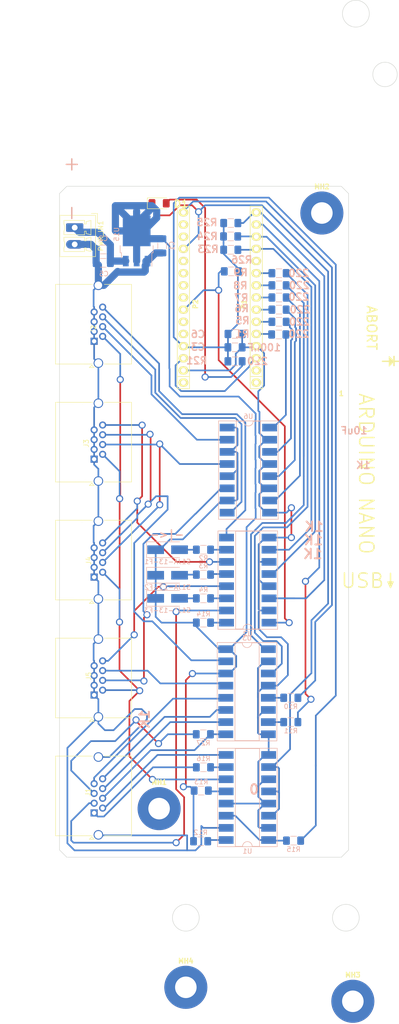
<source format=kicad_pcb>
(kicad_pcb (version 20171130) (host pcbnew "(6.0.0-rc1-dev-347-gd8782b751)")
  (title_block (date "jeu. 02 avril 2015"))
  (layers (0 F.Cu signal) (31 B.Cu signal) (34 B.Paste user hide) (35 F.Paste user hide) (36 B.SilkS user hide) (37 F.SilkS user hide) (38 B.Mask user hide) (39 F.Mask user hide) (44 Edge.Cuts user))
  (net 0 "")
  (net 1 /Reset)
  (net 2 GND)
  (net 3 PUL_X)
  (net 4 5V_ISO)
  (net 5 +36V)
  (net 6 +5V)
  (net 7 PUL_Y)
  (net 8 PUL_Z)
  (net 9 DIR_X)
  (net 10 DIR_Y)
  (net 11 DIR_Z)
  (net 12 LIM_X)
  (net 13 LIM_Y)
  (net 14 SPINDLE_PWM)
  (net 15 LIM_Z)
  (net 16 PROBE)
  (net 17 ABORT)
  (net 18 SPINDLE_EN)
  (net 19 "Net-(R1-Pad1)")
  (net 20 "Net-(R5-Pad1)")
  (net 21 "Net-(R6-Pad1)")
  (net 22 "Net-(R7-Pad1)")
  (net 23 "Net-(R8-Pad1)")
  (net 24 "Net-(R9-Pad1)")
  (net 25 "Net-(R10-Pad1)")
  (net 26 "Net-(R11-Pad1)")
  (net 27 "Net-(R12-Pad1)")
  (net 28 "Net-(R13-Pad1)")
  (net 29 "Net-(R14-Pad1)")
  (net 30 LIM_X_IN)
  (net 31 LIM_Y_IN)
  (net 32 LIM_Z_IN)
  (net 33 PUL_X_OUT)
  (net 34 PUL_Y_OUT)
  (net 35 PUL_Z_OUT)
  (net 36 DIR_X_OUT)
  (net 37 DIR_Y_OUT)
  (net 38 DIR_Z_OUT)
  (net 39 ALARM_IN)
  (net 40 GNDS)
  (net 41 "Net-(R2-Pad2)")
  (net 42 "Net-(R2-Pad1)")
  (net 43 "Net-(R3-Pad2)")
  (net 44 "Net-(R3-Pad1)")
  (net 45 "Net-(R4-Pad2)")
  (net 46 "Net-(R4-Pad1)")
  (net 47 "Net-(D1-Pad2)")
  (net 48 SIGNAL_SPEED)
  (net 49 GND_SPEED)
  (net 50 PROBE_PLATE)
  (net 51 SOURCE_SPEED)
  (net 52 GND_FOR)
  (net 53 SOURCE_FOR)
  (net 54 ALARM_EXTRA_2)
  (net 55 ALARM_EXTRA_1)
  (net 56 "Net-(R16-Pad1)")
  (net 57 /Invert)
  (module Connector_RJ:RJ45_Amphenol_RJHSE5380 (layer F.Cu) (at 90.043 158.893 90)
    (fp_text reference J1 (at 4.334 -1.27 90) (layer F.SilkS))
    (fp_text value "8P8C_Shielded SIG")
    (pad SH thru_hole circle (at -4.57 0.89 90) (size 2 2) (drill 1.57) (layers *.Cu *.Mask) (net 40 GNDS))
    (pad SH thru_hole circle (at 11.69 0.89 90) (size 2 2) (drill 1.57) (layers *.Cu *.Mask) (net 40 GNDS))
    (pad "" np_thru_hole circle (at 9.91 -2.54 90) (size 3.25 3.25) (drill 3.25) (layers *.Cu *.Mask))
    (pad "" np_thru_hole circle (at -2.79 -2.54 90) (size 3.25 3.25) (drill 3.25) (layers *.Cu *.Mask))
    (pad 8 thru_hole circle (at 7.14 1.78 90) (size 1.5 1.5) (drill 0.89) (layers *.Cu *.Mask) (net 52 GND_FOR))
    (pad 6 thru_hole circle (at 5.1 1.78 90) (size 1.5 1.5) (drill 0.89) (layers *.Cu *.Mask) (net 51 SOURCE_SPEED))
    (pad 4 thru_hole circle (at 3.06 1.78 90) (size 1.5 1.5) (drill 0.89) (layers *.Cu *.Mask) (net 48 SIGNAL_SPEED))
    (pad 2 thru_hole circle (at 1.02 1.78 90) (size 1.5 1.5) (drill 0.89) (layers *.Cu *.Mask) (net 54 ALARM_EXTRA_2))
    (pad 7 thru_hole circle (at 6.12 0 90) (size 1.5 1.5) (drill 0.89) (layers *.Cu *.Mask) (net 53 SOURCE_FOR))
    (pad 5 thru_hole circle (at 4.08 0 90) (size 1.5 1.5) (drill 0.89) (layers *.Cu *.Mask) (net 49 GND_SPEED))
    (pad 3 thru_hole circle (at 2.04 0 90) (size 1.5 1.5) (drill 0.89) (layers *.Cu *.Mask) (net 50 PROBE_PLATE))
    (pad 1 thru_hole rect (at 0 0 90) (size 1.5 1.5) (drill 0.89) (layers *.Cu *.Mask) (net 55 ALARM_EXTRA_1))
  )
  (module Package_DIP:DIP-16_W8.89mm_SMDSocket_LongPads (layer B.Cu) (at 122.093296 155.657228)
    (fp_text reference U1 (at 0 11.22) (layer B.SilkS) (effects (justify mirror)))
    (fp_text value LTV-844)
    (pad 16 smd rect (at 4.445 8.89) (size 3.1 1.6) (layers B.Cu B.Paste B.Mask) (net 57 /Invert))
    (pad 8 smd rect (at -4.445 -8.89) (size 3.1 1.6) (layers B.Cu B.Paste B.Mask) (net 54 ALARM_EXTRA_2))
    (pad 15 smd rect (at 4.445 6.35) (size 3.1 1.6) (layers B.Cu B.Paste B.Mask) (net 2 GND))
    (pad 7 smd rect (at -4.445 -6.35) (size 3.1 1.6) (layers B.Cu B.Paste B.Mask) (net 56 "Net-(R16-Pad1)"))
    (pad 14 smd rect (at 4.445 3.81) (size 3.1 1.6) (layers B.Cu B.Paste B.Mask) (net 17 ABORT))
    (pad 6 smd rect (at -4.445 -3.81) (size 3.1 1.6) (layers B.Cu B.Paste B.Mask) (net 39 ALARM_IN))
    (pad 13 smd rect (at 4.445 1.27) (size 3.1 1.6) (layers B.Cu B.Paste B.Mask) (net 2 GND))
    (pad 5 smd rect (at -4.445 -1.27) (size 3.1 1.6) (layers B.Cu B.Paste B.Mask) (net 28 "Net-(R13-Pad1)"))
    (pad 12 smd rect (at 4.445 -1.27) (size 3.1 1.6) (layers B.Cu B.Paste B.Mask) (net 17 ABORT))
    (pad 4 smd rect (at -4.445 1.27) (size 3.1 1.6) (layers B.Cu B.Paste B.Mask) (net 2 GND))
    (pad 11 smd rect (at 4.445 -3.81) (size 3.1 1.6) (layers B.Cu B.Paste B.Mask) (net 2 GND))
    (pad 3 smd rect (at -4.445 3.81) (size 3.1 1.6) (layers B.Cu B.Paste B.Mask) (net 57 /Invert))
    (pad 10 smd rect (at 4.445 -6.35) (size 3.1 1.6) (layers B.Cu B.Paste B.Mask) (net 17 ABORT))
    (pad 2 smd rect (at -4.445 6.35) (size 3.1 1.6) (layers B.Cu B.Paste B.Mask) (net 40 GNDS))
    (pad 9 smd rect (at 4.445 -8.89) (size 3.1 1.6) (layers B.Cu B.Paste B.Mask) (net 2 GND))
    (pad 1 smd rect (at -4.445 8.89) (size 3.1 1.6) (layers B.Cu B.Paste B.Mask) (net 27 "Net-(R12-Pad1)"))
  )
  (module Package_DIP:DIP-16_W8.89mm_SMDSocket_LongPads (layer B.Cu) (at 122.024727 133.558879 180)
    (fp_text reference U3 (at 0 11.22 180) (layer B.SilkS) (effects (justify mirror)))
    (fp_text value LTV-844)
    (pad 16 smd rect (at 4.445 8.89 180) (size 3.1 1.6) (layers B.Cu B.Paste B.Mask) (net 4 5V_ISO))
    (pad 8 smd rect (at -4.445 -8.89 180) (size 3.1 1.6) (layers B.Cu B.Paste B.Mask) (net 2 GND))
    (pad 15 smd rect (at 4.445 6.35 180) (size 3.1 1.6) (layers B.Cu B.Paste B.Mask) (net 37 DIR_Y_OUT))
    (pad 7 smd rect (at -4.445 -6.35 180) (size 3.1 1.6) (layers B.Cu B.Paste B.Mask) (net 26 "Net-(R11-Pad1)"))
    (pad 14 smd rect (at 4.445 3.81 180) (size 3.1 1.6) (layers B.Cu B.Paste B.Mask) (net 4 5V_ISO))
    (pad 6 smd rect (at -4.445 -3.81 180) (size 3.1 1.6) (layers B.Cu B.Paste B.Mask) (net 2 GND))
    (pad 13 smd rect (at 4.445 1.27 180) (size 3.1 1.6) (layers B.Cu B.Paste B.Mask) (net 38 DIR_Z_OUT))
    (pad 5 smd rect (at -4.445 -1.27 180) (size 3.1 1.6) (layers B.Cu B.Paste B.Mask) (net 25 "Net-(R10-Pad1)"))
    (pad 12 smd rect (at 4.445 -1.27 180) (size 3.1 1.6) (layers B.Cu B.Paste B.Mask) (net 53 SOURCE_FOR))
    (pad 4 smd rect (at -4.445 1.27 180) (size 3.1 1.6) (layers B.Cu B.Paste B.Mask) (net 2 GND))
    (pad 11 smd rect (at 4.445 -3.81 180) (size 3.1 1.6) (layers B.Cu B.Paste B.Mask) (net 52 GND_FOR))
    (pad 3 smd rect (at -4.445 3.81 180) (size 3.1 1.6) (layers B.Cu B.Paste B.Mask) (net 24 "Net-(R9-Pad1)"))
    (pad 10 smd rect (at 4.445 -6.35 180) (size 3.1 1.6) (layers B.Cu B.Paste B.Mask) (net 51 SOURCE_SPEED))
    (pad 2 smd rect (at -4.445 6.35 180) (size 3.1 1.6) (layers B.Cu B.Paste B.Mask) (net 2 GND))
    (pad 9 smd rect (at 4.445 -8.89 180) (size 3.1 1.6) (layers B.Cu B.Paste B.Mask) (net 48 SIGNAL_SPEED))
    (pad 1 smd rect (at -4.445 8.89 180) (size 3.1 1.6) (layers B.Cu B.Paste B.Mask) (net 23 "Net-(R8-Pad1)"))
  )
  (module Resistor_SMD:R_1206_3216Metric_Pad1.42x1.75mm_HandSolder (layer B.Cu) (at 112.903 149.352 180)
    (fp_text reference R16 (at 0 1.82 180) (layer B.SilkS) (effects (justify mirror)))
    (fp_text value 220)
    (pad 2 smd roundrect (at 1.4875 0 180) (size 1.425 1.75) (layers B.Cu B.Paste B.Mask) (roundrect_rratio 0.175439) (net 55 ALARM_EXTRA_1))
    (pad 1 smd roundrect (at -1.4875 0 180) (size 1.425 1.75) (layers B.Cu B.Paste B.Mask) (roundrect_rratio 0.175439) (net 56 "Net-(R16-Pad1)"))
  )
  (module Package_TO_SOT_SMD:TO-252-3_TabPin2 (layer B.Cu) (at 98.933 39.37 90)
    (fp_text reference U15 (at 1.397 -4.191 90) (layer B.SilkS) (effects (justify mirror)))
    (fp_text value IFX27001TFV50ATMA1CT-ND)
    (pad 2 smd rect (at 2.1 0 90) (size 6.4 5.8) (layers B.Cu B.Mask) (net 4 5V_ISO) (thermal_gap 0.3))
    (pad 3 smd rect (at -4.2 -2.28 90) (size 2.2 1.2) (layers B.Cu B.Paste B.Mask) (net 5 +36V))
    (pad 2 smd rect (at -4.2 0 90) (size 2.2 1.2) (layers B.Cu B.Paste B.Mask) (net 4 5V_ISO))
    (pad 1 smd rect (at -4.2 2.28 90) (size 2.2 1.2) (layers B.Cu B.Paste B.Mask) (net 40 GNDS))
  )
  (module Connector_Phoenix_MC:PhoenixContact_MCV_1,5_2-G-3.5_1x02_P3.50mm_Vertical (layer F.Cu) (at 85.979 36.576 270)
    (fp_text reference PWR_IN1 (at 1.75 -5.45 270) (layer F.SilkS))
    (fp_text value Conn_01x02)
    (pad 2 thru_hole oval (at 3.5 0 270) (size 1.8 3.6) (drill 1.2) (layers *.Cu *.Mask) (net 40 GNDS))
    (pad 1 thru_hole roundrect (at 0 0 270) (size 1.8 3.6) (drill 1.2) (layers *.Cu *.Mask) (roundrect_rratio 0.138889) (net 5 +36V))
  )
  (module Capacitor_SMD:C_1206_3216Metric_Pad1.42x1.75mm_HandSolder (layer B.Cu) (at 91.948 43.942 180)
    (fp_text reference C5 (at -0.127 -2.286 180) (layer B.SilkS) (effects (justify mirror)))
    (fp_text value 10uF)
    (pad 2 smd roundrect (at 1.4875 0 180) (size 1.425 1.75) (layers B.Cu B.Paste B.Mask) (roundrect_rratio 0.175439) (net 40 GNDS))
    (pad 1 smd roundrect (at -1.4875 0 180) (size 1.425 1.75) (layers B.Cu B.Paste B.Mask) (roundrect_rratio 0.175439) (net 5 +36V))
  )
  (module Capacitor_SMD:C_1206_3216Metric_Pad1.42x1.75mm_HandSolder (layer B.Cu) (at 91.948 41.148 180)
    (fp_text reference C2 (at 0 2.286 180) (layer B.SilkS) (effects (justify mirror)))
    (fp_text value "100nF (0.1uF)")
    (pad 2 smd roundrect (at 1.4875 0 180) (size 1.425 1.75) (layers B.Cu B.Paste B.Mask) (roundrect_rratio 0.175439) (net 40 GNDS))
    (pad 1 smd roundrect (at -1.4875 0 180) (size 1.425 1.75) (layers B.Cu B.Paste B.Mask) (roundrect_rratio 0.175439) (net 5 +36V))
  )
  (module Capacitor_SMD:C_1206_3216Metric_Pad1.42x1.75mm_HandSolder (layer B.Cu) (at 104.267 40.386 270)
    (fp_text reference C1 (at 0 -2.032 270) (layer B.SilkS) (effects (justify mirror)))
    (fp_text value 10uF)
    (pad 2 smd roundrect (at 1.4875 0 270) (size 1.425 1.75) (layers B.Cu B.Paste B.Mask) (roundrect_rratio 0.175439) (net 40 GNDS))
    (pad 1 smd roundrect (at -1.4875 0 270) (size 1.425 1.75) (layers B.Cu B.Paste B.Mask) (roundrect_rratio 0.175439) (net 4 5V_ISO))
  )
  (module Connector_RJ:RJ45_Amphenol_RJHSE5380 (layer F.Cu) (at 90.043 60.325 90)
    (fp_text reference J2 (at 2.54 -0.127 90) (layer F.SilkS))
    (fp_text value "8P8C_Shielded X")
    (pad SH thru_hole circle (at -4.57 0.89 90) (size 2 2) (drill 1.57) (layers *.Cu *.Mask) (net 40 GNDS))
    (pad SH thru_hole circle (at 11.69 0.89 90) (size 2 2) (drill 1.57) (layers *.Cu *.Mask) (net 40 GNDS))
    (pad "" np_thru_hole circle (at 9.91 -2.54 90) (size 3.25 3.25) (drill 3.25) (layers *.Cu *.Mask))
    (pad "" np_thru_hole circle (at -2.79 -2.54 90) (size 3.25 3.25) (drill 3.25) (layers *.Cu *.Mask))
    (pad 8 thru_hole circle (at 7.14 1.78 90) (size 1.5 1.5) (drill 0.89) (layers *.Cu *.Mask) (net 30 LIM_X_IN))
    (pad 6 thru_hole circle (at 5.1 1.78 90) (size 1.5 1.5) (drill 0.89) (layers *.Cu *.Mask) (net 36 DIR_X_OUT))
    (pad 4 thru_hole circle (at 3.06 1.78 90) (size 1.5 1.5) (drill 0.89) (layers *.Cu *.Mask) (net 33 PUL_X_OUT))
    (pad 2 thru_hole circle (at 1.02 1.78 90) (size 1.5 1.5) (drill 0.89) (layers *.Cu *.Mask) (net 39 ALARM_IN))
    (pad 7 thru_hole circle (at 6.12 0 90) (size 1.5 1.5) (drill 0.89) (layers *.Cu *.Mask) (net 40 GNDS))
    (pad 5 thru_hole circle (at 4.08 0 90) (size 1.5 1.5) (drill 0.89) (layers *.Cu *.Mask) (net 40 GNDS))
    (pad 3 thru_hole circle (at 2.04 0 90) (size 1.5 1.5) (drill 0.89) (layers *.Cu *.Mask) (net 40 GNDS))
    (pad 1 thru_hole rect (at 0 0 90) (size 1.5 1.5) (drill 0.89) (layers *.Cu *.Mask) (net 40 GNDS))
  )
  (module Diode_SMD:D_SMA_Handsoldering (layer B.Cu) (at 105.41 114.046)
    (fp_text reference S1JA-13-F3 (at 0 2.5) (layer B.SilkS) (effects (justify mirror)))
    (fp_text value DIODE)
    (pad 2 smd rect (at 2.5 0) (size 3.5 1.8) (layers B.Cu B.Paste B.Mask) (net 45 "Net-(R4-Pad2)"))
    (pad 1 smd rect (at -2.5 0) (size 3.5 1.8) (layers B.Cu B.Paste B.Mask) (net 4 5V_ISO))
  )
  (module Diode_SMD:D_SMA_Handsoldering (layer B.Cu) (at 105.41 109.22)
    (fp_text reference S1JA-13-F2 (at 0 2.5) (layer B.SilkS) (effects (justify mirror)))
    (fp_text value DIODE)
    (pad 2 smd rect (at 2.5 0) (size 3.5 1.8) (layers B.Cu B.Paste B.Mask) (net 43 "Net-(R3-Pad2)"))
    (pad 1 smd rect (at -2.5 0) (size 3.5 1.8) (layers B.Cu B.Paste B.Mask) (net 4 5V_ISO))
  )
  (module Diode_SMD:D_SMA_Handsoldering (layer B.Cu) (at 105.41 103.886)
    (fp_text reference S1JA-13-F1 (at 0 2.5) (layer B.SilkS) (effects (justify mirror)))
    (fp_text value DIODE)
    (pad 2 smd rect (at 2.5 0) (size 3.5 1.8) (layers B.Cu B.Paste B.Mask) (net 41 "Net-(R2-Pad2)"))
    (pad 1 smd rect (at -2.5 0) (size 3.5 1.8) (layers B.Cu B.Paste B.Mask) (net 4 5V_ISO))
  )
  (module Resistor_SMD:R_1206_3216Metric_Pad1.42x1.75mm_HandSolder (layer B.Cu) (at 112.880727 142.448879)
    (fp_text reference R27 (at 0 1.82) (layer B.SilkS) (effects (justify mirror)))
    (fp_text value 1000)
    (pad 2 smd roundrect (at 1.4875 0) (size 1.425 1.75) (layers B.Cu B.Paste B.Mask) (roundrect_rratio 0.175439) (net 48 SIGNAL_SPEED))
    (pad 1 smd roundrect (at -1.4875 0) (size 1.425 1.75) (layers B.Cu B.Paste B.Mask) (roundrect_rratio 0.175439) (net 49 GND_SPEED))
  )
  (module Resistor_SMD:R_1206_3216Metric_Pad1.42x1.75mm_HandSolder (layer B.Cu) (at 131.745296 164.674228)
    (fp_text reference R15 (at 0 1.82) (layer B.SilkS) (effects (justify mirror)))
    (fp_text value 220)
    (pad 2 smd roundrect (at 1.4875 0) (size 1.425 1.75) (layers B.Cu B.Paste B.Mask) (roundrect_rratio 0.175439) (net 6 +5V))
    (pad 1 smd roundrect (at -1.4875 0) (size 1.425 1.75) (layers B.Cu B.Paste B.Mask) (roundrect_rratio 0.175439) (net 57 /Invert))
  )
  (module Resistor_SMD:R_1206_3216Metric_Pad1.42x1.75mm_HandSolder (layer B.Cu) (at 112.903 119.126 180)
    (fp_text reference R14 (at 0 1.82 180) (layer B.SilkS) (effects (justify mirror)))
    (fp_text value 220)
    (pad 2 smd roundrect (at 1.4875 0 180) (size 1.425 1.75) (layers B.Cu B.Paste B.Mask) (roundrect_rratio 0.175439) (net 4 5V_ISO))
    (pad 1 smd roundrect (at -1.4875 0 180) (size 1.425 1.75) (layers B.Cu B.Paste B.Mask) (roundrect_rratio 0.175439) (net 29 "Net-(R14-Pad1)"))
  )
  (module Resistor_SMD:R_1206_3216Metric_Pad1.42x1.75mm_HandSolder (layer B.Cu) (at 112.441296 154.223728 180)
    (fp_text reference R13 (at 0 1.82 180) (layer B.SilkS) (effects (justify mirror)))
    (fp_text value 220)
    (pad 2 smd roundrect (at 1.4875 0 180) (size 1.425 1.75) (layers B.Cu B.Paste B.Mask) (roundrect_rratio 0.175439) (net 4 5V_ISO))
    (pad 1 smd roundrect (at -1.4875 0 180) (size 1.425 1.75) (layers B.Cu B.Paste B.Mask) (roundrect_rratio 0.175439) (net 28 "Net-(R13-Pad1)"))
  )
  (module Resistor_SMD:R_1206_3216Metric_Pad1.42x1.75mm_HandSolder (layer B.Cu) (at 112.314296 164.801228 180)
    (fp_text reference R12 (at 0 1.82 180) (layer B.SilkS) (effects (justify mirror)))
    (fp_text value 220)
    (pad 2 smd roundrect (at 1.4875 0 180) (size 1.425 1.75) (layers B.Cu B.Paste B.Mask) (roundrect_rratio 0.175439) (net 4 5V_ISO))
    (pad 1 smd roundrect (at -1.4875 0 180) (size 1.425 1.75) (layers B.Cu B.Paste B.Mask) (roundrect_rratio 0.175439) (net 27 "Net-(R12-Pad1)"))
  )
  (module Resistor_SMD:R_1206_3216Metric_Pad1.42x1.75mm_HandSolder (layer B.Cu) (at 131.168727 139.908879)
    (fp_text reference R11 (at 0 1.82) (layer B.SilkS) (effects (justify mirror)))
    (fp_text value 220)
    (pad 2 smd roundrect (at 1.4875 0) (size 1.425 1.75) (layers B.Cu B.Paste B.Mask) (roundrect_rratio 0.175439) (net 14 SPINDLE_PWM))
    (pad 1 smd roundrect (at -1.4875 0) (size 1.425 1.75) (layers B.Cu B.Paste B.Mask) (roundrect_rratio 0.175439) (net 26 "Net-(R11-Pad1)"))
  )
  (module Resistor_SMD:R_1206_3216Metric_Pad1.42x1.75mm_HandSolder (layer B.Cu) (at 131.168727 134.828879)
    (fp_text reference R10 (at 0 1.82) (layer B.SilkS) (effects (justify mirror)))
    (fp_text value 220)
    (pad 2 smd roundrect (at 1.4875 0) (size 1.425 1.75) (layers B.Cu B.Paste B.Mask) (roundrect_rratio 0.175439) (net 18 SPINDLE_EN))
    (pad 1 smd roundrect (at -1.4875 0) (size 1.425 1.75) (layers B.Cu B.Paste B.Mask) (roundrect_rratio 0.175439) (net 25 "Net-(R10-Pad1)"))
  )
  (module Resistor_SMD:R_1206_3216Metric_Pad1.42x1.75mm_HandSolder (layer B.Cu) (at 112.903 114.046 180)
    (fp_text reference R4 (at 0 1.82 180) (layer B.SilkS) (effects (justify mirror)))
    (fp_text value 220)
    (pad 2 smd roundrect (at 1.4875 0 180) (size 1.425 1.75) (layers B.Cu B.Paste B.Mask) (roundrect_rratio 0.175439) (net 45 "Net-(R4-Pad2)"))
    (pad 1 smd roundrect (at -1.4875 0 180) (size 1.425 1.75) (layers B.Cu B.Paste B.Mask) (roundrect_rratio 0.175439) (net 46 "Net-(R4-Pad1)"))
  )
  (module Resistor_SMD:R_1206_3216Metric_Pad1.42x1.75mm_HandSolder (layer B.Cu) (at 112.903 109.093 180)
    (fp_text reference R3 (at 0 1.82 180) (layer B.SilkS) (effects (justify mirror)))
    (fp_text value 220)
    (pad 2 smd roundrect (at 1.4875 0 180) (size 1.425 1.75) (layers B.Cu B.Paste B.Mask) (roundrect_rratio 0.175439) (net 43 "Net-(R3-Pad2)"))
    (pad 1 smd roundrect (at -1.4875 0 180) (size 1.425 1.75) (layers B.Cu B.Paste B.Mask) (roundrect_rratio 0.175439) (net 44 "Net-(R3-Pad1)"))
  )
  (module Resistor_SMD:R_1206_3216Metric_Pad1.42x1.75mm_HandSolder (layer B.Cu) (at 112.903 103.886 180)
    (fp_text reference R2 (at 0 -1.778 180) (layer B.SilkS) (effects (justify mirror)))
    (fp_text value 220)
    (pad 2 smd roundrect (at 1.4875 0 180) (size 1.425 1.75) (layers B.Cu B.Paste B.Mask) (roundrect_rratio 0.175439) (net 41 "Net-(R2-Pad2)"))
    (pad 1 smd roundrect (at -1.4875 0 180) (size 1.425 1.75) (layers B.Cu B.Paste B.Mask) (roundrect_rratio 0.175439) (net 42 "Net-(R2-Pad1)"))
  )
  (module Package_DIP:DIP-16_W8.89mm_SMDSocket_LongPads (layer B.Cu) (at 122.301 87.249 180)
    (fp_text reference U6 (at 0 11.22 180) (layer B.SilkS) (effects (justify mirror)))
    (fp_text value LTV-844)
    (pad 16 smd rect (at 4.445 8.89 180) (size 3.1 1.6) (layers B.Cu B.Paste B.Mask) (net 4 5V_ISO))
    (pad 8 smd rect (at -4.445 -8.89 180) (size 3.1 1.6) (layers B.Cu B.Paste B.Mask) (net 2 GND))
    (pad 15 smd rect (at 4.445 6.35 180) (size 3.1 1.6) (layers B.Cu B.Paste B.Mask) (net 33 PUL_X_OUT))
    (pad 7 smd rect (at -4.445 -6.35 180) (size 3.1 1.6) (layers B.Cu B.Paste B.Mask) (net 22 "Net-(R7-Pad1)"))
    (pad 14 smd rect (at 4.445 3.81 180) (size 3.1 1.6) (layers B.Cu B.Paste B.Mask) (net 4 5V_ISO))
    (pad 6 smd rect (at -4.445 -3.81 180) (size 3.1 1.6) (layers B.Cu B.Paste B.Mask) (net 2 GND))
    (pad 13 smd rect (at 4.445 1.27 180) (size 3.1 1.6) (layers B.Cu B.Paste B.Mask) (net 34 PUL_Y_OUT))
    (pad 5 smd rect (at -4.445 -1.27 180) (size 3.1 1.6) (layers B.Cu B.Paste B.Mask) (net 21 "Net-(R6-Pad1)"))
    (pad 12 smd rect (at 4.445 -1.27 180) (size 3.1 1.6) (layers B.Cu B.Paste B.Mask) (net 4 5V_ISO))
    (pad 4 smd rect (at -4.445 1.27 180) (size 3.1 1.6) (layers B.Cu B.Paste B.Mask) (net 2 GND))
    (pad 11 smd rect (at 4.445 -3.81 180) (size 3.1 1.6) (layers B.Cu B.Paste B.Mask) (net 35 PUL_Z_OUT))
    (pad 3 smd rect (at -4.445 3.81 180) (size 3.1 1.6) (layers B.Cu B.Paste B.Mask) (net 20 "Net-(R5-Pad1)"))
    (pad 10 smd rect (at 4.445 -6.35 180) (size 3.1 1.6) (layers B.Cu B.Paste B.Mask) (net 4 5V_ISO))
    (pad 2 smd rect (at -4.445 6.35 180) (size 3.1 1.6) (layers B.Cu B.Paste B.Mask) (net 2 GND))
    (pad 9 smd rect (at 4.445 -8.89 180) (size 3.1 1.6) (layers B.Cu B.Paste B.Mask) (net 36 DIR_X_OUT))
    (pad 1 smd rect (at -4.445 8.89 180) (size 3.1 1.6) (layers B.Cu B.Paste B.Mask) (net 19 "Net-(R1-Pad1)"))
  )
  (module Package_DIP:DIP-16_W8.89mm_SMDSocket_LongPads (layer B.Cu) (at 122.174 110.236)
    (fp_text reference U2 (at 0 11.22) (layer B.SilkS) (effects (justify mirror)))
    (fp_text value LTV-844)
    (pad 16 smd rect (at 4.445 8.89) (size 3.1 1.6) (layers B.Cu B.Paste B.Mask) (net 16 PROBE))
    (pad 8 smd rect (at -4.445 -8.89) (size 3.1 1.6) (layers B.Cu B.Paste B.Mask) (net 30 LIM_X_IN))
    (pad 15 smd rect (at 4.445 6.35) (size 3.1 1.6) (layers B.Cu B.Paste B.Mask) (net 2 GND))
    (pad 7 smd rect (at -4.445 -6.35) (size 3.1 1.6) (layers B.Cu B.Paste B.Mask) (net 42 "Net-(R2-Pad1)"))
    (pad 14 smd rect (at 4.445 3.81) (size 3.1 1.6) (layers B.Cu B.Paste B.Mask) (net 15 LIM_Z))
    (pad 6 smd rect (at -4.445 -3.81) (size 3.1 1.6) (layers B.Cu B.Paste B.Mask) (net 31 LIM_Y_IN))
    (pad 13 smd rect (at 4.445 1.27) (size 3.1 1.6) (layers B.Cu B.Paste B.Mask) (net 2 GND))
    (pad 5 smd rect (at -4.445 -1.27) (size 3.1 1.6) (layers B.Cu B.Paste B.Mask) (net 44 "Net-(R3-Pad1)"))
    (pad 12 smd rect (at 4.445 -1.27) (size 3.1 1.6) (layers B.Cu B.Paste B.Mask) (net 13 LIM_Y))
    (pad 4 smd rect (at -4.445 1.27) (size 3.1 1.6) (layers B.Cu B.Paste B.Mask) (net 32 LIM_Z_IN))
    (pad 11 smd rect (at 4.445 -3.81) (size 3.1 1.6) (layers B.Cu B.Paste B.Mask) (net 2 GND))
    (pad 3 smd rect (at -4.445 3.81) (size 3.1 1.6) (layers B.Cu B.Paste B.Mask) (net 46 "Net-(R4-Pad1)"))
    (pad 10 smd rect (at 4.445 -6.35) (size 3.1 1.6) (layers B.Cu B.Paste B.Mask) (net 12 LIM_X))
    (pad 2 smd rect (at -4.445 6.35) (size 3.1 1.6) (layers B.Cu B.Paste B.Mask) (net 50 PROBE_PLATE))
    (pad 9 smd rect (at 4.445 -8.89) (size 3.1 1.6) (layers B.Cu B.Paste B.Mask) (net 2 GND))
    (pad 1 smd rect (at -4.445 8.89) (size 3.1 1.6) (layers B.Cu B.Paste B.Mask) (net 29 "Net-(R14-Pad1)"))
  )
  (module Connector_RJ:RJ45_Amphenol_RJHSE5380 (layer F.Cu) (at 90.043 134.251 90)
    (fp_text reference J5 (at 3.949 -1.143 90) (layer F.SilkS))
    (fp_text value "8P8C_Shielded Z")
    (pad SH thru_hole circle (at -4.57 0.89 90) (size 2 2) (drill 1.57) (layers *.Cu *.Mask) (net 40 GNDS))
    (pad SH thru_hole circle (at 11.69 0.89 90) (size 2 2) (drill 1.57) (layers *.Cu *.Mask) (net 40 GNDS))
    (pad "" np_thru_hole circle (at 9.91 -2.54 90) (size 3.25 3.25) (drill 3.25) (layers *.Cu *.Mask))
    (pad "" np_thru_hole circle (at -2.79 -2.54 90) (size 3.25 3.25) (drill 3.25) (layers *.Cu *.Mask))
    (pad 8 thru_hole circle (at 7.14 1.78 90) (size 1.5 1.5) (drill 0.89) (layers *.Cu *.Mask) (net 32 LIM_Z_IN))
    (pad 6 thru_hole circle (at 5.1 1.78 90) (size 1.5 1.5) (drill 0.89) (layers *.Cu *.Mask) (net 38 DIR_Z_OUT))
    (pad 4 thru_hole circle (at 3.06 1.78 90) (size 1.5 1.5) (drill 0.89) (layers *.Cu *.Mask) (net 35 PUL_Z_OUT))
    (pad 2 thru_hole circle (at 1.02 1.78 90) (size 1.5 1.5) (drill 0.89) (layers *.Cu *.Mask) (net 39 ALARM_IN))
    (pad 7 thru_hole circle (at 6.12 0 90) (size 1.5 1.5) (drill 0.89) (layers *.Cu *.Mask) (net 40 GNDS))
    (pad 5 thru_hole circle (at 4.08 0 90) (size 1.5 1.5) (drill 0.89) (layers *.Cu *.Mask) (net 40 GNDS))
    (pad 3 thru_hole circle (at 2.04 0 90) (size 1.5 1.5) (drill 0.89) (layers *.Cu *.Mask) (net 40 GNDS))
    (pad 1 thru_hole rect (at 0 0 90) (size 1.5 1.5) (drill 0.89) (layers *.Cu *.Mask) (net 40 GNDS))
  )
  (module Connector_RJ:RJ45_Amphenol_RJHSE5380 (layer F.Cu) (at 90.043 109.609 90)
    (fp_text reference J4 (at 3.437 -1.143 90) (layer F.SilkS))
    (fp_text value "8P8C_Shielded Y2")
    (pad SH thru_hole circle (at -4.57 0.89 90) (size 2 2) (drill 1.57) (layers *.Cu *.Mask) (net 40 GNDS))
    (pad SH thru_hole circle (at 11.69 0.89 90) (size 2 2) (drill 1.57) (layers *.Cu *.Mask) (net 40 GNDS))
    (pad "" np_thru_hole circle (at 9.91 -2.54 90) (size 3.25 3.25) (drill 3.25) (layers *.Cu *.Mask))
    (pad "" np_thru_hole circle (at -2.79 -2.54 90) (size 3.25 3.25) (drill 3.25) (layers *.Cu *.Mask))
    (pad 8 thru_hole circle (at 7.14 1.78 90) (size 1.5 1.5) (drill 0.89) (layers *.Cu *.Mask) (net 31 LIM_Y_IN))
    (pad 6 thru_hole circle (at 5.1 1.78 90) (size 1.5 1.5) (drill 0.89) (layers *.Cu *.Mask) (net 37 DIR_Y_OUT))
    (pad 4 thru_hole circle (at 3.06 1.78 90) (size 1.5 1.5) (drill 0.89) (layers *.Cu *.Mask) (net 34 PUL_Y_OUT))
    (pad 2 thru_hole circle (at 1.02 1.78 90) (size 1.5 1.5) (drill 0.89) (layers *.Cu *.Mask) (net 39 ALARM_IN))
    (pad 7 thru_hole circle (at 6.12 0 90) (size 1.5 1.5) (drill 0.89) (layers *.Cu *.Mask) (net 40 GNDS))
    (pad 5 thru_hole circle (at 4.08 0 90) (size 1.5 1.5) (drill 0.89) (layers *.Cu *.Mask) (net 40 GNDS))
    (pad 3 thru_hole circle (at 2.04 0 90) (size 1.5 1.5) (drill 0.89) (layers *.Cu *.Mask) (net 40 GNDS))
    (pad 1 thru_hole rect (at 0 0 90) (size 1.5 1.5) (drill 0.89) (layers *.Cu *.Mask) (net 40 GNDS))
  )
  (module Connector_RJ:RJ45_Amphenol_RJHSE5380 (layer F.Cu) (at 90.043 84.967 90)
    (fp_text reference J3 (at 3.306 -1.651 90) (layer F.SilkS))
    (fp_text value "8P8C_Shielded Y")
    (pad SH thru_hole circle (at -4.57 0.89 90) (size 2 2) (drill 1.57) (layers *.Cu *.Mask) (net 40 GNDS))
    (pad SH thru_hole circle (at 11.69 0.89 90) (size 2 2) (drill 1.57) (layers *.Cu *.Mask) (net 40 GNDS))
    (pad "" np_thru_hole circle (at 9.91 -2.54 90) (size 3.25 3.25) (drill 3.25) (layers *.Cu *.Mask))
    (pad "" np_thru_hole circle (at -2.79 -2.54 90) (size 3.25 3.25) (drill 3.25) (layers *.Cu *.Mask))
    (pad 8 thru_hole circle (at 7.14 1.78 90) (size 1.5 1.5) (drill 0.89) (layers *.Cu *.Mask) (net 31 LIM_Y_IN))
    (pad 6 thru_hole circle (at 5.1 1.78 90) (size 1.5 1.5) (drill 0.89) (layers *.Cu *.Mask) (net 37 DIR_Y_OUT))
    (pad 4 thru_hole circle (at 3.06 1.78 90) (size 1.5 1.5) (drill 0.89) (layers *.Cu *.Mask) (net 34 PUL_Y_OUT))
    (pad 2 thru_hole circle (at 1.02 1.78 90) (size 1.5 1.5) (drill 0.89) (layers *.Cu *.Mask) (net 39 ALARM_IN))
    (pad 7 thru_hole circle (at 6.12 0 90) (size 1.5 1.5) (drill 0.89) (layers *.Cu *.Mask) (net 40 GNDS))
    (pad 5 thru_hole circle (at 4.08 0 90) (size 1.5 1.5) (drill 0.89) (layers *.Cu *.Mask) (net 40 GNDS))
    (pad 3 thru_hole circle (at 2.04 0 90) (size 1.5 1.5) (drill 0.89) (layers *.Cu *.Mask) (net 40 GNDS))
    (pad 1 thru_hole rect (at 0 0 90) (size 1.5 1.5) (drill 0.89) (layers *.Cu *.Mask) (net 40 GNDS))
  )
  (module Capacitor_SMD:C_1206_3216Metric_Pad1.42x1.75mm_HandSolder (layer B.Cu) (at 119.515539 58.801 180)
    (fp_text reference C6 (at 7.755539 -0.043705 180) (layer B.SilkS) (effects (font (size 1.5 1.5) (thickness 0.3)) (justify mirror)))
    (fp_text value 10uF)
    (pad 2 smd roundrect (at 1.4875 0 180) (size 1.425 1.75) (layers B.Cu B.Paste B.Mask) (roundrect_rratio 0.175439) (net 6 +5V))
    (pad 1 smd roundrect (at -1.4875 0 180) (size 1.425 1.75) (layers B.Cu B.Paste B.Mask) (roundrect_rratio 0.175439) (net 2 GND))
  )
  (module Resistor_SMD:R_1206_3216Metric_Pad1.42x1.75mm_HandSolder (layer B.Cu) (at 118.745 45.72 180)
    (fp_text reference R26 (at -2.159 2.413 180) (layer B.SilkS) (effects (font (size 1.5 1.5) (thickness 0.3)) (justify mirror)))
    (fp_text value 1000)
    (pad 2 smd roundrect (at 1.4875 0 180) (size 1.425 1.75) (layers B.Cu B.Paste B.Mask) (roundrect_rratio 0.175439) (net 16 PROBE))
    (pad 1 smd roundrect (at -1.4875 0 180) (size 1.425 1.75) (layers B.Cu B.Paste B.Mask) (roundrect_rratio 0.175439) (net 6 +5V))
  )
  (module Resistor_SMD:R_1206_3216Metric_Pad1.42x1.75mm_HandSolder (layer B.Cu) (at 118.618 35.6235)
    (fp_text reference R25 (at -5.006 -0.1325) (layer B.SilkS) (effects (font (size 1.5 1.5) (thickness 0.3)) (justify mirror)))
    (fp_text value 1000)
    (pad 2 smd roundrect (at 1.4875 0) (size 1.425 1.75) (layers B.Cu B.Paste B.Mask) (roundrect_rratio 0.175439) (net 15 LIM_Z))
    (pad 1 smd roundrect (at -1.4875 0) (size 1.425 1.75) (layers B.Cu B.Paste B.Mask) (roundrect_rratio 0.175439) (net 6 +5V))
  )
  (module Resistor_SMD:R_1206_3216Metric_Pad1.42x1.75mm_HandSolder (layer B.Cu) (at 118.591 38.4175)
    (fp_text reference R24 (at -4.909 -0.0165) (layer B.SilkS) (effects (font (size 1.5 1.5) (thickness 0.3)) (justify mirror)))
    (fp_text value 1000)
    (pad 2 smd roundrect (at 1.4875 0) (size 1.425 1.75) (layers B.Cu B.Paste B.Mask) (roundrect_rratio 0.175439) (net 13 LIM_Y))
    (pad 1 smd roundrect (at -1.4875 0) (size 1.425 1.75) (layers B.Cu B.Paste B.Mask) (roundrect_rratio 0.175439) (net 6 +5V))
  )
  (module Resistor_SMD:R_1206_3216Metric_Pad1.42x1.75mm_HandSolder (layer B.Cu) (at 118.618 41.2115)
    (fp_text reference R23 (at -4.746 -0.1305) (layer B.SilkS) (effects (font (size 1.5 1.5) (thickness 0.3)) (justify mirror)))
    (fp_text value 1000)
    (pad 2 smd roundrect (at 1.4875 0) (size 1.425 1.75) (layers B.Cu B.Paste B.Mask) (roundrect_rratio 0.175439) (net 12 LIM_X))
    (pad 1 smd roundrect (at -1.4875 0) (size 1.425 1.75) (layers B.Cu B.Paste B.Mask) (roundrect_rratio 0.175439) (net 6 +5V))
  )
  (module LED_SMD:LED_1206_3216Metric_Pad1.42x1.75mm_HandSolder (layer F.Cu) (at 103.632 31.496)
    (fp_text reference D1 (at 4.572 0.127) (layer F.SilkS) (effects (font (size 1.5 1.5) (thickness 0.3))))
    (fp_text value LED)
    (pad 2 smd roundrect (at 1.4875 0) (size 1.425 1.75) (layers F.Cu F.Paste F.Mask) (roundrect_rratio 0.175439) (net 47 "Net-(D1-Pad2)"))
    (pad 1 smd roundrect (at -1.4875 0) (size 1.425 1.75) (layers F.Cu F.Paste F.Mask) (roundrect_rratio 0.175439) (net 17 ABORT))
  )
  (module Resistor_SMD:R_1206_3216Metric_Pad1.42x1.75mm_HandSolder (layer B.Cu) (at 119.507 64.516 180)
    (fp_text reference R21 (at 8.009539 0.146795 180) (layer B.SilkS) (effects (font (size 1.5 1.5) (thickness 0.3)) (justify mirror)))
    (fp_text value 220 (at -4.690461 0.019795 180) (layer B.SilkS) (effects (font (size 1.5 1.5) (thickness 0.3)) (justify mirror)))
    (pad 2 smd roundrect (at 1.4875 0 180) (size 1.425 1.75) (layers B.Cu B.Paste B.Mask) (roundrect_rratio 0.175439) (net 6 +5V))
    (pad 1 smd roundrect (at -1.4875 0 180) (size 1.425 1.75) (layers B.Cu B.Paste B.Mask) (roundrect_rratio 0.175439) (net 47 "Net-(D1-Pad2)"))
  )
  (module MountingHole:MountingHole_4.5mm_Pad (layer F.Cu) (at 109.22 195.326)
    (fp_text reference MH4 (at 0 -5.5) (layer F.SilkS) (effects (font (thickness 0.3))))
    (fp_text value MountingHole)
    (pad 1 thru_hole circle (at 0 0) (size 9 9) (drill 4.5) (layers *.Cu *.Mask))
  )
  (module MountingHole:MountingHole_4.5mm_Pad (layer F.Cu) (at 144.145 198.247)
    (fp_text reference MH3 (at 0 -5.5) (layer F.SilkS) (effects (font (thickness 0.3))))
    (fp_text value MountingHole)
    (pad 1 thru_hole circle (at 0 0) (size 9 9) (drill 4.5) (layers *.Cu *.Mask))
  )
  (module MountingHole:MountingHole_4.5mm_Pad (layer F.Cu) (at 137.668 33.528)
    (fp_text reference MH2 (at 0 -5.5) (layer F.SilkS) (effects (font (thickness 0.3))))
    (fp_text value MountingHole)
    (pad 1 thru_hole circle (at 0 0) (size 9 9) (drill 4.5) (layers *.Cu *.Mask))
  )
  (module MountingHole:MountingHole_4.5mm_Pad (layer F.Cu) (at 103.632 157.988)
    (fp_text reference MH1 (at 0 -5.5) (layer F.SilkS) (effects (font (thickness 0.3))))
    (fp_text value MountingHole)
    (pad 1 thru_hole circle (at 0 0) (size 9 9) (drill 4.5) (layers *.Cu *.Mask))
  )
  (module Resistor_SMD:R_1206_3216Metric_Pad1.42x1.75mm_HandSolder (layer B.Cu) (at 128.708664 46.103998 180)
    (fp_text reference R9 (at 8.040664 0.145998 180) (layer B.SilkS) (effects (font (size 1.5 1.5) (thickness 0.3)) (justify mirror)))
    (fp_text value 220 (at -4.133336 0.002998 180) (layer B.SilkS) (effects (font (size 1.5 1.5) (thickness 0.3)) (justify mirror)))
    (pad 2 smd roundrect (at 1.4875 0 180) (size 1.425 1.75) (layers B.Cu B.Paste B.Mask) (roundrect_rratio 0.175439) (net 11 DIR_Z))
    (pad 1 smd roundrect (at -1.4875 0 180) (size 1.425 1.75) (layers B.Cu B.Paste B.Mask) (roundrect_rratio 0.175439) (net 24 "Net-(R9-Pad1)"))
  )
  (module Resistor_SMD:R_1206_3216Metric_Pad1.42x1.75mm_HandSolder (layer B.Cu) (at 128.708664 48.643998 180)
    (fp_text reference R8 (at 8.090664 -0.044002 180) (layer B.SilkS) (effects (font (size 1.5 1.5) (thickness 0.3)) (justify mirror)))
    (fp_text value 220 (at -4.260336 0.002998 180) (layer B.SilkS) (effects (font (size 1.5 1.5) (thickness 0.3)) (justify mirror)))
    (pad 2 smd roundrect (at 1.4875 0 180) (size 1.425 1.75) (layers B.Cu B.Paste B.Mask) (roundrect_rratio 0.175439) (net 10 DIR_Y))
    (pad 1 smd roundrect (at -1.4875 0 180) (size 1.425 1.75) (layers B.Cu B.Paste B.Mask) (roundrect_rratio 0.175439) (net 23 "Net-(R8-Pad1)"))
  )
  (module Resistor_SMD:R_1206_3216Metric_Pad1.42x1.75mm_HandSolder (layer B.Cu) (at 128.708664 51.183998 180)
    (fp_text reference R7 (at 7.890664 -0.064002 180) (layer B.SilkS) (effects (font (size 1.5 1.5) (thickness 0.3)) (justify mirror)))
    (fp_text value 220 (at -4.133336 0.129998 180) (layer B.SilkS) (effects (font (size 1.5 1.5) (thickness 0.3)) (justify mirror)))
    (pad 2 smd roundrect (at 1.4875 0 180) (size 1.425 1.75) (layers B.Cu B.Paste B.Mask) (roundrect_rratio 0.175439) (net 9 DIR_X))
    (pad 1 smd roundrect (at -1.4875 0 180) (size 1.425 1.75) (layers B.Cu B.Paste B.Mask) (roundrect_rratio 0.175439) (net 22 "Net-(R7-Pad1)"))
  )
  (module Resistor_SMD:R_1206_3216Metric_Pad1.42x1.75mm_HandSolder (layer B.Cu) (at 128.708664 53.723998 180)
    (fp_text reference R6 (at 7.804664 0.256998 180) (layer B.SilkS) (effects (font (size 1.5 1.5) (thickness 0.3)) (justify mirror)))
    (fp_text value 220 (at -4.387336 0.002998 180) (layer B.SilkS) (effects (font (size 1.5 1.5) (thickness 0.3)) (justify mirror)))
    (pad 2 smd roundrect (at 1.4875 0 180) (size 1.425 1.75) (layers B.Cu B.Paste B.Mask) (roundrect_rratio 0.175439) (net 8 PUL_Z))
    (pad 1 smd roundrect (at -1.4875 0 180) (size 1.425 1.75) (layers B.Cu B.Paste B.Mask) (roundrect_rratio 0.175439) (net 21 "Net-(R6-Pad1)"))
  )
  (module Resistor_SMD:R_1206_3216Metric_Pad1.42x1.75mm_HandSolder (layer B.Cu) (at 128.708664 56.263998 180)
    (fp_text reference R5 (at 7.650664 0.256998) (layer B.SilkS) (effects (font (size 1.5 1.5) (thickness 0.3)) (justify mirror)))
    (fp_text value 220 (at -4.260336 0.002998 180) (layer B.SilkS) (effects (font (size 1.5 1.5) (thickness 0.3)) (justify mirror)))
    (pad 2 smd roundrect (at 1.4875 0 180) (size 1.425 1.75) (layers B.Cu B.Paste B.Mask) (roundrect_rratio 0.175439) (net 7 PUL_Y))
    (pad 1 smd roundrect (at -1.4875 0 180) (size 1.425 1.75) (layers B.Cu B.Paste B.Mask) (roundrect_rratio 0.175439) (net 20 "Net-(R5-Pad1)"))
  )
  (module Capacitor_SMD:C_1206_3216Metric_Pad1.42x1.75mm_HandSolder (layer B.Cu) (at 119.507 61.595 180)
    (fp_text reference C3 (at 7.755539 0.083295 180) (layer B.SilkS) (effects (font (size 1.5 1.5) (thickness 0.3)) (justify mirror)))
    (fp_text value 100nF (at -6.087461 -0.043705 180) (layer B.SilkS) (effects (font (size 1.5 1.5) (thickness 0.3)) (justify mirror)))
    (pad 2 smd roundrect (at 1.4875 0 180) (size 1.425 1.75) (layers B.Cu B.Paste B.Mask) (roundrect_rratio 0.175439) (net 6 +5V))
    (pad 1 smd roundrect (at -1.4875 0 180) (size 1.425 1.75) (layers B.Cu B.Paste B.Mask) (roundrect_rratio 0.175439) (net 2 GND))
  )
  (module Socket_Arduino_Nano:Socket_Strip_Arduino_1x15 (layer F.Cu) (at 123.952 68.961 90)
    (fp_text reference P1 (at 16.383 -2.54 90) (layer F.SilkS) (effects (font (thickness 0.3))))
    (fp_text value Digital)
    (pad 1 thru_hole oval (at 0 0 90) (size 1.7272 2.032) (drill 1.016) (layers *.Cu *.Mask F.SilkS))
    (pad 2 thru_hole oval (at 2.54 0 90) (size 1.7272 2.032) (drill 1.016) (layers *.Cu *.Mask F.SilkS))
    (pad 3 thru_hole oval (at 5.08 0 90) (size 1.7272 2.032) (drill 1.016) (layers *.Cu *.Mask F.SilkS) (net 1 /Reset))
    (pad 4 thru_hole oval (at 7.62 0 90) (size 1.7272 2.032) (drill 1.016) (layers *.Cu *.Mask F.SilkS) (net 2 GND))
    (pad 5 thru_hole oval (at 10.16 0 90) (size 1.7272 2.032) (drill 1.016) (layers *.Cu *.Mask F.SilkS) (net 3 PUL_X))
    (pad 6 thru_hole oval (at 12.7 0 90) (size 1.7272 2.032) (drill 1.016) (layers *.Cu *.Mask F.SilkS) (net 7 PUL_Y))
    (pad 7 thru_hole oval (at 15.24 0 90) (size 1.7272 2.032) (drill 1.016) (layers *.Cu *.Mask F.SilkS) (net 8 PUL_Z))
    (pad 8 thru_hole oval (at 17.78 0 90) (size 1.7272 2.032) (drill 1.016) (layers *.Cu *.Mask F.SilkS) (net 9 DIR_X))
    (pad 9 thru_hole oval (at 20.32 0 90) (size 1.7272 2.032) (drill 1.016) (layers *.Cu *.Mask F.SilkS) (net 10 DIR_Y))
    (pad 10 thru_hole oval (at 22.86 0 90) (size 1.7272 2.032) (drill 1.016) (layers *.Cu *.Mask F.SilkS) (net 11 DIR_Z))
    (pad 11 thru_hole oval (at 25.4 0 90) (size 1.7272 2.032) (drill 1.016) (layers *.Cu *.Mask F.SilkS))
    (pad 12 thru_hole oval (at 27.94 0 90) (size 1.7272 2.032) (drill 1.016) (layers *.Cu *.Mask F.SilkS) (net 12 LIM_X))
    (pad 13 thru_hole oval (at 30.48 0 90) (size 1.7272 2.032) (drill 1.016) (layers *.Cu *.Mask F.SilkS) (net 13 LIM_Y))
    (pad 14 thru_hole oval (at 33.02 0 90) (size 1.7272 2.032) (drill 1.016) (layers *.Cu *.Mask F.SilkS) (net 14 SPINDLE_PWM))
    (pad 15 thru_hole oval (at 35.56 0 90) (size 1.7272 2.032) (drill 1.016) (layers *.Cu *.Mask F.SilkS) (net 15 LIM_Z))
  )
  (module Socket_Arduino_Nano:Socket_Strip_Arduino_1x15 (layer F.Cu) (at 108.712 68.961 90)
    (fp_text reference P2 (at 16.383 2.54 90) (layer F.SilkS) (effects (font (thickness 0.3))))
    (fp_text value Analog)
    (pad 1 thru_hole oval (at 0 0 90) (size 1.7272 2.032) (drill 1.016) (layers *.Cu *.Mask F.SilkS))
    (pad 2 thru_hole oval (at 2.54 0 90) (size 1.7272 2.032) (drill 1.016) (layers *.Cu *.Mask F.SilkS) (net 2 GND))
    (pad 3 thru_hole oval (at 5.08 0 90) (size 1.7272 2.032) (drill 1.016) (layers *.Cu *.Mask F.SilkS) (net 1 /Reset))
    (pad 4 thru_hole oval (at 7.62 0 90) (size 1.7272 2.032) (drill 1.016) (layers *.Cu *.Mask F.SilkS) (net 6 +5V))
    (pad 5 thru_hole oval (at 10.16 0 90) (size 1.7272 2.032) (drill 1.016) (layers *.Cu *.Mask F.SilkS))
    (pad 6 thru_hole oval (at 12.7 0 90) (size 1.7272 2.032) (drill 1.016) (layers *.Cu *.Mask F.SilkS))
    (pad 7 thru_hole oval (at 15.24 0 90) (size 1.7272 2.032) (drill 1.016) (layers *.Cu *.Mask F.SilkS) (net 16 PROBE))
    (pad 8 thru_hole oval (at 17.78 0 90) (size 1.7272 2.032) (drill 1.016) (layers *.Cu *.Mask F.SilkS))
    (pad 9 thru_hole oval (at 20.32 0 90) (size 1.7272 2.032) (drill 1.016) (layers *.Cu *.Mask F.SilkS))
    (pad 10 thru_hole oval (at 22.86 0 90) (size 1.7272 2.032) (drill 1.016) (layers *.Cu *.Mask F.SilkS))
    (pad 11 thru_hole oval (at 25.4 0 90) (size 1.7272 2.032) (drill 1.016) (layers *.Cu *.Mask F.SilkS))
    (pad 12 thru_hole oval (at 27.94 0 90) (size 1.7272 2.032) (drill 1.016) (layers *.Cu *.Mask F.SilkS) (net 17 ABORT))
    (pad 13 thru_hole oval (at 30.48 0 90) (size 1.7272 2.032) (drill 1.016) (layers *.Cu *.Mask F.SilkS))
    (pad 14 thru_hole oval (at 33.02 0 90) (size 1.7272 2.032) (drill 1.016) (layers *.Cu *.Mask F.SilkS))
    (pad 15 thru_hole oval (at 35.56 0 90) (size 1.7272 2.032) (drill 1.016) (layers *.Cu *.Mask F.SilkS) (net 18 SPINDLE_EN))
  )
  (module Resistor_SMD:R_1206_3216Metric_Pad1.42x1.75mm_HandSolder (layer B.Cu) (at 128.651 58.906609 180)
    (fp_text reference R1 (at 7.62 0.105609 180) (layer B.SilkS) (effects (font (size 1.5 1.5) (thickness 0.3)) (justify mirror)))
    (fp_text value 220 (at -4.191 0.105609 180) (layer B.SilkS) (effects (font (size 1.5 1.5) (thickness 0.3)) (justify mirror)))
    (pad 1 smd roundrect (at -1.4875 0 180) (size 1.425 1.75) (layers B.Cu B.Paste B.Mask) (roundrect_rratio 0.175439) (net 19 "Net-(R1-Pad1)"))
    (pad 2 smd roundrect (at 1.4875 0 180) (size 1.425 1.75) (layers B.Cu B.Paste B.Mask) (roundrect_rratio 0.175439) (net 3 PUL_X))
  )
  (gr_text 0 (at 123.49 153.97) (layer B.SilkS) (effects (font (size 2 2) (thickness 0.4)) (justify mirror)))
  (gr_text 1K (at 100.584 139.319 90) (layer B.SilkS) (effects (font (size 2 2) (thickness 0.4)) (justify mirror)))
  (gr_circle (center 142.6845 180.7845) (end 145.4785 180.7845) (layer Edge.Cuts) (width 0.1))
  (gr_poly (pts (xy 152.752642 64.513766) (xy 151.736642 65.529766) (xy 151.736642 63.497766)) (layer F.SilkS) (width 0.15))
  (gr_line (start 152.752642 65.402766) (end 152.752642 63.497766) (layer F.SilkS) (width 0.3))
  (gr_line (start 154.403642 64.513766) (end 150.339642 64.513766) (layer F.SilkS) (width 0.3))
  (gr_text ABORT (at 148.082 57.531 -90) (layer F.SilkS) (effects (font (size 2 2) (thickness 0.3))))
  (gr_poly (pts (xy 152.019 111.76) (xy 152.019 110.617) (xy 152.527 110.617)) (layer F.SilkS) (width 0.3))
  (gr_poly (pts (xy 152.019 111.76) (xy 152.019 110.617) (xy 151.511 110.617)) (layer F.SilkS) (width 0.3))
  (gr_line (start 152.019 108.839) (end 152.019 111.76) (layer F.SilkS) (width 0.3))
  (gr_text 10uF (at 144.399 78.994) (layer B.SilkS) (effects (font (size 1.5 1.5) (thickness 0.3)) (justify mirror)))
  (gr_text 1K (at 146.304 86.233) (layer B.SilkS) (effects (font (size 1.5 1.5) (thickness 0.3)) (justify mirror)))
  (gr_text 1K (at 135.763 104.775) (layer B.SilkS) (effects (font (size 2 2) (thickness 0.4)) (justify mirror)))
  (gr_text 1K (at 135.89 101.88) (layer B.SilkS) (effects (font (size 2 2) (thickness 0.4)) (justify mirror)))
  (gr_text 1K (at 136.04 99.08) (layer B.SilkS) (effects (font (size 2 2) (thickness 0.4)) (justify mirror)))
  (gr_line (start 84.328 168.148) (end 82.804 166.624) (layer Edge.Cuts) (width 0.1))
  (gr_line (start 84.328 27.94) (end 82.804 29.464) (layer Edge.Cuts) (width 0.1))
  (gr_line (start 143.256 166.624) (end 141.732 168.148) (layer Edge.Cuts) (width 0.1))
  (gr_line (start 143.256 29.464) (end 141.732 27.94) (layer Edge.Cuts) (width 0.1))
  (gr_text -|<- (at 105.283 100.716558) (layer B.SilkS) (effects (font (size 1.5 1.5) (thickness 0.3)) (justify mirror)))
  (gr_text "ARDUINO NANO" (at 146.939 88.011 270) (layer F.SilkS) (effects (font (size 3 3) (thickness 0.3))))
  (gr_text USB (at 146.177 110.363) (layer F.SilkS) (effects (font (size 3 3) (thickness 0.3))))
  (gr_text - (at 85.598 33.528 270) (layer B.SilkS) (effects (font (size 3 3) (thickness 0.3)) (justify mirror)))
  (gr_text + (at 85.598 23.368 270) (layer B.SilkS) (effects (font (size 3 3) (thickness 0.3)) (justify mirror)))
  (gr_circle (center 109.22 180.787384) (end 112.014 180.660384) (layer Edge.Cuts) (width 0.1))
  (gr_circle (center 144.78 -8.128) (end 147.574 -8.382) (layer Edge.Cuts) (width 0.1))
  (gr_circle (center 150.876 4.572) (end 153.416 4.318) (layer Edge.Cuts) (width 0.1))
  (gr_line (start 82.804 166.624) (end 82.804 29.464) (layer Edge.Cuts) (width 0.1))
  (gr_line (start 141.732 168.148) (end 84.328 168.148) (layer Edge.Cuts) (width 0.1))
  (gr_line (start 143.256 166.624) (end 143.256 29.464) (layer Edge.Cuts) (width 0.1))
  (gr_line (start 84.328 27.94) (end 141.732 27.94) (layer Edge.Cuts) (width 0.1))
  (gr_text 1 (at 141.732 71.247) (layer F.SilkS) (effects (font (size 1 1) (thickness 0.3))))
  (segment (start 107.07099 69.577602) (end 108.232388 70.739) (width 0.35) (layer B.Cu) (net 1))
  (segment (start 108.712 63.881) (end 108.5596 63.881) (width 0.35) (layer B.Cu) (net 1))
  (segment (start 107.07099 65.36961) (end 107.07099 69.577602) (width 0.35) (layer B.Cu) (net 1))
  (segment (start 108.5596 63.881) (end 107.07099 65.36961) (width 0.35) (layer B.Cu) (net 1))
  (segment (start 123.7996 63.881) (end 123.952 63.881) (width 0.35) (layer B.Cu) (net 1))
  (segment (start 122.586 65.0946) (end 123.7996 63.881) (width 0.35) (layer B.Cu) (net 1))
  (segment (start 122.586 65.529388) (end 122.586 65.0946) (width 0.35) (layer B.Cu) (net 1))
  (segment (start 117.376388 70.739) (end 122.586 65.529388) (width 0.35) (layer B.Cu) (net 1))
  (segment (start 108.232388 70.739) (end 117.376388 70.739) (width 0.35) (layer B.Cu) (net 1))
  (segment (start 108.8644 66.421) (end 108.712 66.421) (width 0.35) (layer B.Cu) (net 2))
  (segment (start 108.5596 66.421) (end 108.712 66.421) (width 0.35) (layer B.Cu) (net 2))
  (segment (start 120.912539 61.260795) (end 121.003039 61.170295) (width 0.35) (layer B.Cu) (net 2))
  (segment (start 121.003039 58.249295) (end 121.003039 61.170295) (width 0.35) (layer B.Cu) (net 2))
  (segment (start 124.363295 158.352229) (end 125.788296 156.927228) (width 0.35) (layer B.Cu) (net 2))
  (segment (start 124.363295 161.732227) (end 124.363295 158.352229) (width 0.35) (layer B.Cu) (net 2))
  (segment (start 124.638296 162.007228) (end 124.363295 161.732227) (width 0.35) (layer B.Cu) (net 2))
  (segment (start 126.538296 162.007228) (end 124.638296 162.007228) (width 0.35) (layer B.Cu) (net 2))
  (segment (start 126.538296 156.927228) (end 117.648296 156.927228) (width 0.35) (layer B.Cu) (net 2))
  (segment (start 125.788296 156.927228) (end 126.538296 156.927228) (width 0.35) (layer B.Cu) (net 2))
  (segment (start 124.363295 155.502227) (end 125.788296 156.927228) (width 0.35) (layer B.Cu) (net 2))
  (segment (start 125.788296 151.847228) (end 124.363295 153.272229) (width 0.35) (layer B.Cu) (net 2))
  (segment (start 126.538296 151.847228) (end 125.788296 151.847228) (width 0.35) (layer B.Cu) (net 2))
  (segment (start 125.996 80.899) (end 126.746 80.899) (width 0.35) (layer B.Cu) (net 2))
  (segment (start 125.095 91.059) (end 126.746 91.059) (width 0.35) (layer B.Cu) (net 2))
  (segment (start 125.869 101.346) (end 126.619 101.346) (width 0.35) (layer B.Cu) (net 2))
  (segment (start 124.443999 102.771001) (end 125.869 101.346) (width 0.35) (layer B.Cu) (net 2))
  (segment (start 124.719 106.426) (end 124.443999 106.150999) (width 0.35) (layer B.Cu) (net 2))
  (segment (start 126.619 106.426) (end 124.719 106.426) (width 0.35) (layer B.Cu) (net 2))
  (segment (start 125.869 111.506) (end 124.443999 110.080999) (width 0.35) (layer B.Cu) (net 2))
  (segment (start 126.619 111.506) (end 125.869 111.506) (width 0.35) (layer B.Cu) (net 2))
  (segment (start 124.443999 106.150999) (end 124.443999 106.045) (width 0.35) (layer B.Cu) (net 2))
  (segment (start 124.443999 106.045) (end 124.443999 102.771001) (width 0.35) (layer B.Cu) (net 2))
  (segment (start 124.443999 116.310999) (end 124.443999 109.474) (width 0.35) (layer B.Cu) (net 2))
  (segment (start 124.719 116.586) (end 124.443999 116.310999) (width 0.35) (layer B.Cu) (net 2))
  (segment (start 126.619 116.586) (end 124.719 116.586) (width 0.35) (layer B.Cu) (net 2))
  (segment (start 124.443999 110.080999) (end 124.443999 109.474) (width 0.35) (layer B.Cu) (net 2))
  (segment (start 124.443999 109.474) (end 124.443999 106.045) (width 0.35) (layer B.Cu) (net 2))
  (segment (start 126.873 96.012) (end 126.746 96.139) (width 0.35) (layer B.Cu) (net 2))
  (segment (start 125.719727 137.368879) (end 126.469727 137.368879) (width 0.35) (layer B.Cu) (net 2))
  (segment (start 124.294726 138.79388) (end 125.719727 137.368879) (width 0.35) (layer B.Cu) (net 2))
  (segment (start 124.569727 142.448879) (end 124.294726 142.173878) (width 0.35) (layer B.Cu) (net 2))
  (segment (start 126.469727 142.448879) (end 124.569727 142.448879) (width 0.35) (layer B.Cu) (net 2))
  (segment (start 125.719727 132.288879) (end 124.294726 133.71388) (width 0.35) (layer B.Cu) (net 2))
  (segment (start 126.469727 132.288879) (end 125.719727 132.288879) (width 0.35) (layer B.Cu) (net 2))
  (segment (start 124.294726 142.173878) (end 124.294726 139.065) (width 0.35) (layer B.Cu) (net 2))
  (segment (start 124.294726 139.065) (end 124.294726 138.79388) (width 0.35) (layer B.Cu) (net 2))
  (segment (start 124.294726 128.63388) (end 124.294726 134.747) (width 0.35) (layer B.Cu) (net 2))
  (segment (start 125.719727 127.208879) (end 124.294726 128.63388) (width 0.35) (layer B.Cu) (net 2))
  (segment (start 126.469727 127.208879) (end 125.719727 127.208879) (width 0.35) (layer B.Cu) (net 2))
  (segment (start 124.294726 133.71388) (end 124.294726 134.747) (width 0.35) (layer B.Cu) (net 2))
  (segment (start 124.294726 134.747) (end 124.294726 139.065) (width 0.35) (layer B.Cu) (net 2))
  (segment (start 126.551606 127.127) (end 126.469727 127.208879) (width 0.35) (layer B.Cu) (net 2))
  (segment (start 121.511039 58.293) (end 121.003039 58.801) (width 0.35) (layer B.Cu) (net 2))
  (segment (start 124.363295 148.192229) (end 124.363295 153.67) (width 0.35) (layer B.Cu) (net 2))
  (segment (start 125.788296 146.767228) (end 124.363295 148.192229) (width 0.35) (layer B.Cu) (net 2))
  (segment (start 126.538296 146.767228) (end 125.788296 146.767228) (width 0.35) (layer B.Cu) (net 2))
  (segment (start 124.363295 153.272229) (end 124.363295 153.67) (width 0.35) (layer B.Cu) (net 2))
  (segment (start 124.363295 153.67) (end 124.363295 155.502227) (width 0.35) (layer B.Cu) (net 2))
  (segment (start 126.538296 142.517448) (end 126.469727 142.448879) (width 0.35) (layer B.Cu) (net 2))
  (segment (start 126.538296 146.767228) (end 126.538296 142.517448) (width 0.35) (layer B.Cu) (net 2))
  (segment (start 128.369727 132.288879) (end 126.469727 132.288879) (width 0.35) (layer B.Cu) (net 2))
  (segment (start 130.556 130.102606) (end 128.369727 132.288879) (width 0.35) (layer B.Cu) (net 2))
  (segment (start 124.719 116.586) (end 124.443999 116.861001) (width 0.35) (layer B.Cu) (net 2))
  (segment (start 124.443999 116.861001) (end 124.443999 120.426001) (width 0.35) (layer B.Cu) (net 2))
  (segment (start 124.443999 120.426001) (end 126.191998 122.174) (width 0.35) (layer B.Cu) (net 2))
  (segment (start 129.159 122.174) (end 130.556 123.571) (width 0.35) (layer B.Cu) (net 2))
  (segment (start 126.191998 122.174) (end 129.159 122.174) (width 0.35) (layer B.Cu) (net 2))
  (segment (start 130.556 123.571) (end 130.556 130.102606) (width 0.35) (layer B.Cu) (net 2))
  (segment (start 121.2485 61.341) (end 120.9945 61.595) (width 0.35) (layer B.Cu) (net 2))
  (segment (start 126.619 101.346) (end 131.29601 101.346) (width 0.35) (layer B.Cu) (net 2))
  (segment (start 130.28001 96.139) (end 130.546011 95.872999) (width 0.35) (layer B.Cu) (net 2))
  (segment (start 130.546011 95.872999) (end 131.29601 95.123) (width 0.35) (layer B.Cu) (net 2))
  (segment (start 131.29601 95.123) (end 131.29601 96.18366) (width 0.35) (layer F.Cu) (net 2))
  (via (at 131.29601 95.123) (size 1.5) (drill 1) (layers F.Cu B.Cu) (net 2))
  (segment (start 126.746 96.139) (end 130.28001 96.139) (width 0.35) (layer B.Cu) (net 2))
  (via (at 131.29601 101.346) (size 1.5) (drill 1) (layers F.Cu B.Cu) (net 2))
  (segment (start 131.29601 96.18366) (end 131.29601 101.346) (width 0.35) (layer F.Cu) (net 2))
  (segment (start 123.698 61.595) (end 123.952 61.341) (width 0.35) (layer B.Cu) (net 2))
  (segment (start 120.9945 61.595) (end 123.698 61.595) (width 0.35) (layer B.Cu) (net 2))
  (segment (start 108.712 66.421) (end 118.439454 66.421) (width 0.35) (layer B.Cu) (net 2))
  (segment (start 119.65699 62.93251) (end 120.223153 62.366347) (width 0.35) (layer B.Cu) (net 2))
  (segment (start 119.65699 65.203464) (end 119.65699 62.93251) (width 0.35) (layer B.Cu) (net 2))
  (segment (start 118.439454 66.421) (end 119.65699 65.203464) (width 0.35) (layer B.Cu) (net 2))
  (segment (start 120.223153 62.366347) (end 120.9945 61.595) (width 0.35) (layer B.Cu) (net 2))
  (segment (start 124.625011 77.004987) (end 124.570999 77.058999) (width 0.35) (layer B.Cu) (net 2))
  (segment (start 124.570999 94.713999) (end 124.570999 92.298999) (width 0.35) (layer B.Cu) (net 2))
  (segment (start 124.1044 61.341) (end 125.59301 62.82961) (width 0.35) (layer B.Cu) (net 2))
  (segment (start 125.095 91.774998) (end 125.095 91.059) (width 0.35) (layer B.Cu) (net 2))
  (segment (start 124.570999 89.819001) (end 125.095 90.343002) (width 0.35) (layer B.Cu) (net 2))
  (segment (start 125.996 85.979) (end 124.570999 87.404001) (width 0.35) (layer B.Cu) (net 2))
  (segment (start 124.570999 79.473999) (end 125.996 80.899) (width 0.35) (layer B.Cu) (net 2))
  (segment (start 124.570999 87.404001) (end 124.570999 89.819001) (width 0.35) (layer B.Cu) (net 2))
  (segment (start 124.570999 92.298999) (end 125.095 91.774998) (width 0.35) (layer B.Cu) (net 2))
  (segment (start 125.996 80.899) (end 124.570999 82.324001) (width 0.35) (layer B.Cu) (net 2))
  (segment (start 124.371011 74.852625) (end 124.625011 75.106625) (width 0.35) (layer B.Cu) (net 2))
  (segment (start 126.746 96.139) (end 125.996 96.139) (width 0.35) (layer B.Cu) (net 2))
  (segment (start 124.625011 75.106625) (end 124.625011 77.004987) (width 0.35) (layer B.Cu) (net 2))
  (segment (start 125.59301 69.577602) (end 124.371011 70.799601) (width 0.35) (layer B.Cu) (net 2))
  (segment (start 125.59301 62.82961) (end 125.59301 69.577602) (width 0.35) (layer B.Cu) (net 2))
  (segment (start 124.570999 82.324001) (end 124.570999 84.553999) (width 0.35) (layer B.Cu) (net 2))
  (segment (start 125.095 90.343002) (end 125.095 91.059) (width 0.35) (layer B.Cu) (net 2))
  (segment (start 123.952 61.341) (end 124.1044 61.341) (width 0.35) (layer B.Cu) (net 2))
  (segment (start 124.371011 70.799601) (end 124.371011 74.852625) (width 0.35) (layer B.Cu) (net 2))
  (segment (start 124.570999 84.553999) (end 125.996 85.979) (width 0.35) (layer B.Cu) (net 2))
  (segment (start 124.570999 77.058999) (end 124.570999 79.473999) (width 0.35) (layer B.Cu) (net 2))
  (segment (start 126.746 85.979) (end 125.996 85.979) (width 0.35) (layer B.Cu) (net 2))
  (segment (start 125.996 96.139) (end 124.570999 94.713999) (width 0.35) (layer B.Cu) (net 2))
  (segment (start 126.507109 58.801) (end 126.7825 58.525609) (width 0.35) (layer B.Cu) (net 3))
  (segment (start 123.952 58.801) (end 126.507109 58.801) (width 0.35) (layer B.Cu) (net 3))
  (segment (start 110.5805 153.850432) (end 110.953796 154.223728) (width 0.35) (layer B.Cu) (net 4))
  (segment (start 103.077 109.006) (end 103.037 108.966) (width 0.35) (layer B.Cu) (net 4))
  (segment (start 118.606 83.439) (end 117.856 83.439) (width 0.35) (layer B.Cu) (net 4))
  (segment (start 120.031001 82.013999) (end 118.606 83.439) (width 0.35) (layer B.Cu) (net 4))
  (segment (start 120.031001 78.634001) (end 120.031001 82.013999) (width 0.35) (layer B.Cu) (net 4))
  (segment (start 119.756 78.359) (end 120.031001 78.634001) (width 0.35) (layer B.Cu) (net 4))
  (segment (start 117.856 78.359) (end 119.756 78.359) (width 0.35) (layer B.Cu) (net 4))
  (segment (start 118.606 88.519) (end 117.856 88.519) (width 0.35) (layer B.Cu) (net 4))
  (segment (start 120.031001 87.093999) (end 118.606 88.519) (width 0.35) (layer B.Cu) (net 4))
  (segment (start 119.756 83.439) (end 120.031001 83.714001) (width 0.35) (layer B.Cu) (net 4))
  (segment (start 117.856 83.439) (end 119.756 83.439) (width 0.35) (layer B.Cu) (net 4))
  (segment (start 118.329727 129.748879) (end 117.579727 129.748879) (width 0.35) (layer B.Cu) (net 4))
  (segment (start 119.754728 128.323878) (end 118.329727 129.748879) (width 0.35) (layer B.Cu) (net 4))
  (segment (start 119.754728 126.09388) (end 119.754728 128.323878) (width 0.35) (layer B.Cu) (net 4))
  (segment (start 118.329727 124.668879) (end 119.754728 126.09388) (width 0.35) (layer B.Cu) (net 4))
  (segment (start 120.031001 93.323999) (end 120.031001 85.471) (width 0.35) (layer B.Cu) (net 4))
  (segment (start 119.756 93.599) (end 120.031001 93.323999) (width 0.35) (layer B.Cu) (net 4))
  (segment (start 117.856 93.599) (end 119.756 93.599) (width 0.35) (layer B.Cu) (net 4))
  (segment (start 120.031001 83.714001) (end 120.031001 85.471) (width 0.35) (layer B.Cu) (net 4))
  (segment (start 120.031001 85.471) (end 120.031001 87.093999) (width 0.35) (layer B.Cu) (net 4))
  (segment (start 110.744568 164.719) (end 110.826796 164.801228) (width 0.35) (layer B.Cu) (net 4))
  (segment (start 110.826796 154.350728) (end 110.826796 164.801228) (width 0.35) (layer B.Cu) (net 4))
  (segment (start 110.953796 154.223728) (end 110.826796 154.350728) (width 0.35) (layer B.Cu) (net 4))
  (segment (start 102.91 114.046) (end 102.91 109.22) (width 0.35) (layer B.Cu) (net 4))
  (segment (start 102.91 109.22) (end 102.91 103.886) (width 0.35) (layer B.Cu) (net 4))
  (segment (start 103.76 114.046) (end 102.91 114.046) (width 0.35) (layer B.Cu) (net 4))
  (segment (start 118.329727 124.668879) (end 117.579727 124.668879) (width 0.35) (layer B.Cu) (net 4))
  (segment (start 100.5615 38.8985) (end 98.933 37.27) (width 1.5) (layer B.Cu) (net 4))
  (segment (start 104.267 38.8985) (end 100.5615 38.8985) (width 1.5) (layer B.Cu) (net 4))
  (segment (start 98.933 43.57) (end 98.933 37.27) (width 1.5) (layer B.Cu) (net 4))
  (segment (start 105.76701 40.39851) (end 105.038347 39.669847) (width 0.35) (layer B.Cu) (net 4))
  (segment (start 105.76701 65.997624) (end 105.76701 40.39851) (width 0.35) (layer B.Cu) (net 4))
  (segment (start 105.829011 66.059625) (end 105.76701 65.997624) (width 0.35) (layer B.Cu) (net 4))
  (segment (start 105.829011 69.749397) (end 105.829011 66.059625) (width 0.35) (layer B.Cu) (net 4))
  (segment (start 107.961614 71.882) (end 105.829011 69.749397) (width 0.35) (layer B.Cu) (net 4))
  (segment (start 120.269 71.882) (end 107.961614 71.882) (width 0.35) (layer B.Cu) (net 4))
  (segment (start 123.825 75.438) (end 120.269 71.882) (width 0.35) (layer B.Cu) (net 4))
  (segment (start 123.825 76.673612) (end 123.825 75.438) (width 0.35) (layer B.Cu) (net 4))
  (segment (start 123.770988 79.990376) (end 123.770988 76.727624) (width 0.35) (layer B.Cu) (net 4))
  (segment (start 123.825 80.044388) (end 123.770988 79.990376) (width 0.35) (layer B.Cu) (net 4))
  (segment (start 123.770988 76.727624) (end 123.825 76.673612) (width 0.35) (layer B.Cu) (net 4))
  (segment (start 123.825 95.284388) (end 123.770988 95.230376) (width 0.35) (layer B.Cu) (net 4))
  (segment (start 123.825 97.282) (end 123.825 95.284388) (width 0.35) (layer B.Cu) (net 4))
  (segment (start 123.770988 95.230376) (end 123.770989 91.967623) (width 0.35) (layer B.Cu) (net 4))
  (segment (start 121.92 99.187) (end 123.825 97.282) (width 0.35) (layer B.Cu) (net 4))
  (segment (start 118.329727 124.668879) (end 121.92 121.078606) (width 0.35) (layer B.Cu) (net 4))
  (segment (start 123.825 91.913612) (end 123.825 90.204388) (width 0.35) (layer B.Cu) (net 4))
  (segment (start 121.92 121.078606) (end 121.92 99.187) (width 0.35) (layer B.Cu) (net 4))
  (segment (start 123.770989 91.967623) (end 123.825 91.913612) (width 0.35) (layer B.Cu) (net 4))
  (segment (start 105.038347 39.669847) (end 104.267 38.8985) (width 0.35) (layer B.Cu) (net 4))
  (segment (start 123.770988 85.070376) (end 123.770988 81.807624) (width 0.35) (layer B.Cu) (net 4))
  (segment (start 123.825 90.204388) (end 123.770988 90.150376) (width 0.35) (layer B.Cu) (net 4))
  (segment (start 123.825 85.124388) (end 123.770988 85.070376) (width 0.35) (layer B.Cu) (net 4))
  (segment (start 123.770988 86.887624) (end 123.825 86.833612) (width 0.35) (layer B.Cu) (net 4))
  (segment (start 123.825 86.833612) (end 123.825 85.124388) (width 0.35) (layer B.Cu) (net 4))
  (segment (start 123.770988 81.807624) (end 123.825 81.753612) (width 0.35) (layer B.Cu) (net 4))
  (segment (start 123.770988 90.150376) (end 123.770988 86.887624) (width 0.35) (layer B.Cu) (net 4))
  (segment (start 123.825 81.753612) (end 123.825 80.044388) (width 0.35) (layer B.Cu) (net 4))
  (segment (start 116.159879 124.668879) (end 117.579727 124.668879) (width 0.35) (layer B.Cu) (net 4))
  (segment (start 111.4155 119.126) (end 111.4155 119.9245) (width 0.35) (layer B.Cu) (net 4))
  (segment (start 111.4155 119.9245) (end 116.159879 124.668879) (width 0.35) (layer B.Cu) (net 4))
  (segment (start 102.91 117.896) (end 102.91 114.046) (width 0.35) (layer B.Cu) (net 4))
  (segment (start 111.4155 119.126) (end 104.14 119.126) (width 0.35) (layer B.Cu) (net 4))
  (segment (start 104.14 119.126) (end 102.91 117.896) (width 0.35) (layer B.Cu) (net 4))
  (segment (start 116.713 93.599) (end 117.856 93.599) (width 0.35) (layer B.Cu) (net 4))
  (segment (start 108.585 101.727) (end 116.713 93.599) (width 0.35) (layer B.Cu) (net 4))
  (segment (start 105.919 101.727) (end 108.585 101.727) (width 0.35) (layer B.Cu) (net 4))
  (segment (start 102.91 103.886) (end 103.76 103.886) (width 0.35) (layer B.Cu) (net 4))
  (segment (start 103.76 103.886) (end 105.919 101.727) (width 0.35) (layer B.Cu) (net 4))
  (segment (start 94.533 37.27) (end 98.933 37.27) (width 1.5) (layer B.Cu) (net 4))
  (segment (start 94.488 37.225) (end 94.533 37.27) (width 1.5) (layer B.Cu) (net 4))
  (segment (start 98.933 37.27) (end 100.398 37.27) (width 1.5) (layer B.Cu) (net 4))
  (segment (start 103.124 33.02) (end 102.108 32.004) (width 1.5) (layer B.Cu) (net 4))
  (segment (start 103.124 34.544) (end 103.124 33.02) (width 1.5) (layer B.Cu) (net 4))
  (segment (start 102.108 32.004) (end 94.488 32.004) (width 1.5) (layer B.Cu) (net 4))
  (segment (start 100.398 37.27) (end 103.124 34.544) (width 1.5) (layer B.Cu) (net 4))
  (segment (start 94.488 32.004) (end 94.488 37.225) (width 1.5) (layer B.Cu) (net 4))
  (segment (start 98.933 37.27) (end 98.933 33.147) (width 1.5) (layer B.Cu) (net 4))
  (segment (start 98.933 37.27) (end 98.933 36.449) (width 1.5) (layer B.Cu) (net 4))
  (segment (start 98.933 36.449) (end 95.504 33.02) (width 1.5) (layer B.Cu) (net 4))
  (segment (start 98.933 37.27) (end 98.933 35.687) (width 1.5) (layer B.Cu) (net 4))
  (segment (start 98.933 35.687) (end 101.6 33.02) (width 1.5) (layer B.Cu) (net 4))
  (via (at 110.59501 129.774221) (size 1.5) (drill 1) (layers F.Cu B.Cu) (net 4))
  (segment (start 117.579727 129.748879) (end 110.620352 129.748879) (width 0.35) (layer B.Cu) (net 4))
  (segment (start 110.620352 129.748879) (end 110.59501 129.774221) (width 0.35) (layer B.Cu) (net 4))
  (segment (start 109.77266 153.416) (end 108.712 153.416) (width 0.35) (layer B.Cu) (net 4))
  (segment (start 110.953796 154.223728) (end 110.146068 153.416) (width 0.35) (layer B.Cu) (net 4))
  (via (at 108.712 153.416) (size 1.5) (drill 1) (layers F.Cu B.Cu) (net 4))
  (segment (start 110.146068 153.416) (end 109.77266 153.416) (width 0.35) (layer B.Cu) (net 4))
  (segment (start 109.22 152.908) (end 108.712 153.416) (width 0.35) (layer F.Cu) (net 4))
  (segment (start 110.59501 129.774221) (end 109.22 131.149231) (width 0.35) (layer F.Cu) (net 4))
  (segment (start 109.22 131.149231) (end 109.22 152.908) (width 0.35) (layer F.Cu) (net 4))
  (segment (start 93.4355 40.173) (end 93.4355 41.148) (width 1.5) (layer B.Cu) (net 5))
  (segment (start 90.80921 37.54671) (end 93.4355 40.173) (width 1.5) (layer B.Cu) (net 5))
  (segment (start 86.94971 37.54671) (end 90.80921 37.54671) (width 1.5) (layer B.Cu) (net 5))
  (segment (start 85.979 36.576) (end 86.94971 37.54671) (width 1.5) (layer B.Cu) (net 5))
  (segment (start 93.4355 43.942) (end 93.4355 41.148) (width 1.5) (layer B.Cu) (net 5))
  (segment (start 93.8075 43.57) (end 93.4355 43.942) (width 1.5) (layer B.Cu) (net 5))
  (segment (start 96.653 43.57) (end 93.8075 43.57) (width 1.5) (layer B.Cu) (net 5))
  (segment (start 117.1305 38.3905) (end 117.1035 38.4175) (width 0.35) (layer B.Cu) (net 6))
  (segment (start 117.1305 35.6235) (end 117.1305 38.3905) (width 0.35) (layer B.Cu) (net 6))
  (segment (start 117.1035 41.1845) (end 117.1305 41.2115) (width 0.35) (layer B.Cu) (net 6))
  (segment (start 117.1035 38.4175) (end 117.1035 41.1845) (width 0.35) (layer B.Cu) (net 6))
  (segment (start 118.028039 61.170295) (end 118.028039 58.249295) (width 0.35) (layer B.Cu) (net 6))
  (segment (start 117.520039 58.293) (end 118.028039 58.801) (width 0.35) (layer B.Cu) (net 6))
  (segment (start 118.0195 61.595) (end 118.0195 64.516) (width 0.35) (layer B.Cu) (net 6))
  (segment (start 118.0195 64.516) (end 118.491 64.516) (width 0.35) (layer B.Cu) (net 6))
  (segment (start 136.398 161.509024) (end 133.232796 164.674228) (width 0.35) (layer B.Cu) (net 6))
  (segment (start 136.398 148.805714) (end 136.398 149.098) (width 0.35) (layer B.Cu) (net 6))
  (segment (start 136.398 149.098) (end 136.398 161.509024) (width 0.35) (layer B.Cu) (net 6))
  (segment (start 108.966 61.595) (end 108.712 61.341) (width 0.35) (layer B.Cu) (net 6))
  (segment (start 136.398 138.545386) (end 136.398 149.098) (width 0.35) (layer B.Cu) (net 6))
  (segment (start 140.576032 134.367354) (end 136.398 138.545386) (width 0.35) (layer B.Cu) (net 6))
  (segment (start 140.576032 44.310032) (end 140.576032 134.367354) (width 0.35) (layer B.Cu) (net 6))
  (segment (start 108.712 61.341) (end 108.5596 61.341) (width 0.35) (layer B.Cu) (net 6))
  (segment (start 106.68 59.4614) (end 106.68 31.496) (width 0.35) (layer B.Cu) (net 6))
  (segment (start 106.68 31.496) (end 107.863632 30.312368) (width 0.35) (layer B.Cu) (net 6))
  (segment (start 107.863632 30.312368) (end 126.578368 30.312368) (width 0.35) (layer B.Cu) (net 6))
  (segment (start 108.5596 61.341) (end 106.68 59.4614) (width 0.35) (layer B.Cu) (net 6))
  (segment (start 126.578368 30.312368) (end 140.576032 44.310032) (width 0.35) (layer B.Cu) (net 6))
  (segment (start 117.248 41.2115) (end 117.1305 41.2115) (width 0.35) (layer B.Cu) (net 6))
  (segment (start 117.26625 41.22975) (end 117.248 41.2115) (width 0.35) (layer B.Cu) (net 6))
  (segment (start 117.094 41.402) (end 117.26625 41.22975) (width 0.35) (layer B.Cu) (net 6))
  (segment (start 118.028039 58.801) (end 118.11 58.719039) (width 0.35) (layer B.Cu) (net 6))
  (segment (start 118.0195 61.595) (end 110.871 61.595) (width 0.35) (layer B.Cu) (net 6))
  (segment (start 110.871 61.595) (end 108.966 61.595) (width 0.35) (layer B.Cu) (net 6))
  (segment (start 117.1305 42.0735) (end 117.1305 41.2115) (width 0.35) (layer B.Cu) (net 6))
  (segment (start 120.1055 45.0485) (end 117.1305 42.0735) (width 0.35) (layer B.Cu) (net 6))
  (segment (start 118.028039 58.801) (end 120.1055 56.723539) (width 0.35) (layer B.Cu) (net 6))
  (segment (start 120.1055 56.723539) (end 120.1055 45.0485) (width 0.35) (layer B.Cu) (net 6))
  (segment (start 126.462162 56.261) (end 126.840164 55.882998) (width 0.35) (layer B.Cu) (net 7))
  (segment (start 123.952 56.261) (end 126.462162 56.261) (width 0.35) (layer B.Cu) (net 7))
  (segment (start 126.462162 53.721) (end 126.840164 53.342998) (width 0.35) (layer B.Cu) (net 8))
  (segment (start 123.952 53.721) (end 126.462162 53.721) (width 0.35) (layer B.Cu) (net 8))
  (segment (start 126.462162 51.181) (end 126.840164 50.802998) (width 0.35) (layer B.Cu) (net 9))
  (segment (start 123.952 51.181) (end 126.462162 51.181) (width 0.35) (layer B.Cu) (net 9))
  (segment (start 126.462162 48.641) (end 126.840164 48.262998) (width 0.35) (layer B.Cu) (net 10))
  (segment (start 123.952 48.641) (end 126.462162 48.641) (width 0.35) (layer B.Cu) (net 10))
  (segment (start 126.462162 46.101) (end 126.840164 45.722998) (width 0.35) (layer B.Cu) (net 11))
  (segment (start 123.952 46.101) (end 126.462162 46.101) (width 0.35) (layer B.Cu) (net 11))
  (segment (start 123.6345 41.3385) (end 123.952 41.021) (width 0.35) (layer B.Cu) (net 12))
  (segment (start 128.519 103.886) (end 126.619 103.886) (width 0.35) (layer B.Cu) (net 12))
  (segment (start 130.791012 103.886) (end 128.519 103.886) (width 0.35) (layer B.Cu) (net 12))
  (segment (start 135.47606 99.200952) (end 130.791012 103.886) (width 0.35) (layer B.Cu) (net 12))
  (segment (start 135.47606 48.977446) (end 135.47606 99.200952) (width 0.35) (layer B.Cu) (net 12))
  (segment (start 127.519614 41.021) (end 135.47606 48.977446) (width 0.35) (layer B.Cu) (net 12))
  (segment (start 123.952 41.021) (end 127.519614 41.021) (width 0.35) (layer B.Cu) (net 12))
  (segment (start 123.7615 41.2115) (end 123.952 41.021) (width 0.35) (layer B.Cu) (net 12))
  (segment (start 120.1055 41.2115) (end 123.7615 41.2115) (width 0.35) (layer B.Cu) (net 12))
  (segment (start 124.1044 38.481) (end 123.952 38.481) (width 0.35) (layer B.Cu) (net 13))
  (segment (start 123.8885 38.5445) (end 123.952 38.481) (width 0.35) (layer B.Cu) (net 13))
  (segment (start 127.369 108.966) (end 126.619 108.966) (width 0.35) (layer B.Cu) (net 13))
  (segment (start 123.952 38.481) (end 126.110998 38.481) (width 0.35) (layer B.Cu) (net 13))
  (segment (start 136.276071 48.646073) (end 136.276071 99.943929) (width 0.35) (layer B.Cu) (net 13))
  (segment (start 136.276071 99.943929) (end 136.144 100.076) (width 0.35) (layer B.Cu) (net 13))
  (segment (start 126.110998 38.481) (end 136.276071 48.646073) (width 0.35) (layer B.Cu) (net 13))
  (segment (start 136.144 100.076) (end 136.144 100.191) (width 0.35) (layer B.Cu) (net 13))
  (segment (start 136.144 100.191) (end 127.369 108.966) (width 0.35) (layer B.Cu) (net 13))
  (segment (start 123.8885 38.4175) (end 123.952 38.481) (width 0.35) (layer B.Cu) (net 13))
  (segment (start 120.0785 38.4175) (end 123.8885 38.4175) (width 0.35) (layer B.Cu) (net 13))
  (via (at 135.382 135.128) (size 1.5) (drill 1) (layers F.Cu B.Cu) (net 14))
  (segment (start 132.656227 137.853773) (end 132.656227 139.908879) (width 0.35) (layer B.Cu) (net 14))
  (segment (start 135.382 135.128) (end 132.656227 137.853773) (width 0.35) (layer B.Cu) (net 14))
  (segment (start 137.132957 47.755957) (end 137.132957 107.596043) (width 0.35) (layer B.Cu) (net 14))
  (segment (start 137.132957 107.596043) (end 134.988999 109.740001) (width 0.35) (layer B.Cu) (net 14))
  (segment (start 123.952 35.941) (end 125.318 35.941) (width 0.35) (layer B.Cu) (net 14))
  (segment (start 135.382 135.128) (end 134.239 133.985) (width 0.35) (layer F.Cu) (net 14))
  (segment (start 134.239 111.55066) (end 134.239 110.49) (width 0.35) (layer F.Cu) (net 14))
  (segment (start 134.988999 109.740001) (end 134.239 110.49) (width 0.35) (layer B.Cu) (net 14))
  (segment (start 134.239 133.985) (end 134.239 111.55066) (width 0.35) (layer F.Cu) (net 14))
  (segment (start 125.318 35.941) (end 137.132957 47.755957) (width 0.35) (layer B.Cu) (net 14))
  (via (at 134.239 110.49) (size 1.5) (drill 1) (layers F.Cu B.Cu) (net 14))
  (segment (start 123.471 33.401) (end 123.952 33.401) (width 0.35) (layer B.Cu) (net 15))
  (segment (start 131.953 114.046) (end 126.619 114.046) (width 0.35) (layer B.Cu) (net 15))
  (segment (start 123.952 33.401) (end 124.206 33.401) (width 0.35) (layer B.Cu) (net 15))
  (segment (start 134.366 114.046) (end 136.144 112.268) (width 0.35) (layer B.Cu) (net 15))
  (segment (start 126.619 114.046) (end 134.366 114.046) (width 0.35) (layer B.Cu) (net 15))
  (segment (start 136.144 112.268) (end 135.636 112.776) (width 0.35) (layer B.Cu) (net 15))
  (segment (start 138.176 110.236) (end 136.144 112.268) (width 0.35) (layer B.Cu) (net 15))
  (segment (start 138.176 46.736) (end 138.176 110.236) (width 0.35) (layer B.Cu) (net 15))
  (segment (start 123.952 33.401) (end 124.841 33.401) (width 0.35) (layer B.Cu) (net 15))
  (segment (start 124.841 33.401) (end 138.176 46.736) (width 0.35) (layer B.Cu) (net 15))
  (segment (start 123.7996 33.401) (end 123.952 33.401) (width 0.35) (layer B.Cu) (net 15))
  (segment (start 121.2485 35.6235) (end 121.566 35.306) (width 0.35) (layer B.Cu) (net 15))
  (segment (start 120.1055 35.6235) (end 121.2485 35.6235) (width 0.35) (layer B.Cu) (net 15))
  (segment (start 121.566 35.306) (end 123.471 33.401) (width 0.35) (layer B.Cu) (net 15))
  (segment (start 108.993 53.721) (end 108.712 53.721) (width 0.35) (layer B.Cu) (net 16))
  (segment (start 108.712 53.721) (end 108.5596 53.721) (width 0.35) (layer B.Cu) (net 16))
  (segment (start 108.712 53.6305) (end 108.712 53.721) (width 0.35) (layer B.Cu) (net 16))
  (segment (start 126.619 119.126) (end 130.821614 119.126) (width 0.35) (layer B.Cu) (net 16))
  (via (at 130.821614 119.126) (size 1.5) (drill 1) (layers F.Cu B.Cu) (net 16))
  (via (at 116.078 49.657) (size 1.5) (drill 1) (layers F.Cu B.Cu) (net 16))
  (segment (start 116.078 50.71766) (end 116.078 49.657) (width 0.35) (layer F.Cu) (net 16))
  (segment (start 116.078 64.262) (end 116.078 50.71766) (width 0.35) (layer F.Cu) (net 16))
  (segment (start 129.921 78.105) (end 116.078 64.262) (width 0.35) (layer F.Cu) (net 16))
  (segment (start 130.821614 119.126) (end 129.921 118.225386) (width 0.35) (layer F.Cu) (net 16))
  (segment (start 129.921 118.225386) (end 129.921 78.105) (width 0.35) (layer F.Cu) (net 16))
  (segment (start 116.078 46.1375) (end 116.078 49.657) (width 0.35) (layer B.Cu) (net 16))
  (segment (start 117.1305 45.085) (end 116.078 46.1375) (width 0.35) (layer B.Cu) (net 16))
  (segment (start 108.8644 53.721) (end 108.712 53.721) (width 0.35) (layer B.Cu) (net 16))
  (segment (start 116.078 49.657) (end 112.9284 49.657) (width 0.35) (layer B.Cu) (net 16))
  (segment (start 112.9284 49.657) (end 108.8644 53.721) (width 0.35) (layer B.Cu) (net 16))
  (segment (start 127.288296 159.467228) (end 126.538296 159.467228) (width 0.35) (layer B.Cu) (net 17))
  (segment (start 128.713297 158.042227) (end 127.288296 159.467228) (width 0.35) (layer B.Cu) (net 17))
  (segment (start 128.438296 154.387228) (end 128.713297 154.662229) (width 0.35) (layer B.Cu) (net 17))
  (segment (start 126.538296 154.387228) (end 128.438296 154.387228) (width 0.35) (layer B.Cu) (net 17))
  (segment (start 126.538296 154.387228) (end 127.971228 154.387228) (width 0.35) (layer B.Cu) (net 17))
  (segment (start 128.713297 149.582229) (end 128.713297 155.702) (width 0.35) (layer B.Cu) (net 17))
  (segment (start 128.438296 149.307228) (end 128.713297 149.582229) (width 0.35) (layer B.Cu) (net 17))
  (segment (start 128.713297 154.662229) (end 128.713297 155.702) (width 0.35) (layer B.Cu) (net 17))
  (segment (start 128.713297 155.702) (end 128.713297 158.042227) (width 0.35) (layer B.Cu) (net 17))
  (segment (start 128.444774 149.307228) (end 128.438296 149.307228) (width 0.35) (layer B.Cu) (net 17))
  (segment (start 126.538296 149.307228) (end 128.438296 149.307228) (width 0.35) (layer B.Cu) (net 17))
  (segment (start 108.712 41.021) (end 108.5596 41.021) (width 0.35) (layer B.Cu) (net 17))
  (segment (start 108.712 41.021) (end 108.8644 41.021) (width 0.35) (layer B.Cu) (net 17))
  (segment (start 112.636999 32.524005) (end 111.887 33.274004) (width 0.35) (layer B.Cu) (net 17))
  (segment (start 111.887 37.9984) (end 111.887 34.334664) (width 0.35) (layer B.Cu) (net 17))
  (segment (start 131.018737 145.576787) (end 131.018737 134.141415) (width 0.35) (layer B.Cu) (net 17))
  (segment (start 131.018737 134.141415) (end 135.487001 129.673151) (width 0.35) (layer B.Cu) (net 17))
  (via (at 111.887 33.274004) (size 1.5) (drill 1) (layers F.Cu B.Cu) (net 17))
  (segment (start 108.8644 41.021) (end 111.887 37.9984) (width 0.35) (layer B.Cu) (net 17))
  (segment (start 138.97601 115.139376) (end 138.97601 45.75801) (width 0.35) (layer B.Cu) (net 17))
  (segment (start 135.487001 129.673151) (end 135.487001 118.628385) (width 0.35) (layer B.Cu) (net 17))
  (segment (start 135.487001 118.628385) (end 138.97601 115.139376) (width 0.35) (layer B.Cu) (net 17))
  (segment (start 113.248614 31.91239) (end 112.636999 32.524005) (width 0.35) (layer B.Cu) (net 17))
  (segment (start 138.97601 45.75801) (end 125.13039 31.91239) (width 0.35) (layer B.Cu) (net 17))
  (segment (start 127.288296 149.307228) (end 131.018737 145.576787) (width 0.35) (layer B.Cu) (net 17))
  (segment (start 126.538296 149.307228) (end 127.288296 149.307228) (width 0.35) (layer B.Cu) (net 17))
  (segment (start 111.887 34.334664) (end 111.887 33.274004) (width 0.35) (layer B.Cu) (net 17))
  (segment (start 125.13039 31.91239) (end 113.248614 31.91239) (width 0.35) (layer B.Cu) (net 17))
  (segment (start 111.137001 32.524005) (end 111.887 33.274004) (width 0.35) (layer F.Cu) (net 17))
  (segment (start 110.525386 31.91239) (end 111.137001 32.524005) (width 0.35) (layer F.Cu) (net 17))
  (segment (start 105.837786 34.017602) (end 107.942998 31.91239) (width 0.35) (layer F.Cu) (net 17))
  (segment (start 103.691102 34.017602) (end 105.837786 34.017602) (width 0.35) (layer F.Cu) (net 17))
  (segment (start 102.1445 32.471) (end 103.691102 34.017602) (width 0.35) (layer F.Cu) (net 17))
  (segment (start 102.1445 31.496) (end 102.1445 32.471) (width 0.35) (layer F.Cu) (net 17))
  (segment (start 107.942998 31.91239) (end 110.525386 31.91239) (width 0.35) (layer F.Cu) (net 17))
  (segment (start 132.656227 134.828879) (end 132.656227 134.170773) (width 0.35) (layer B.Cu) (net 18))
  (segment (start 136.287011 131.198095) (end 133.427574 134.057532) (width 0.35) (layer B.Cu) (net 18))
  (segment (start 136.287011 118.959761) (end 136.287011 131.198095) (width 0.35) (layer B.Cu) (net 18))
  (segment (start 108.712 33.147) (end 110.746621 31.112379) (width 0.35) (layer B.Cu) (net 18))
  (segment (start 108.712 33.401) (end 108.712 33.147) (width 0.35) (layer B.Cu) (net 18))
  (segment (start 133.427574 134.057532) (end 132.656227 134.828879) (width 0.35) (layer B.Cu) (net 18))
  (segment (start 110.746621 31.112379) (end 125.981379 31.112379) (width 0.35) (layer B.Cu) (net 18))
  (segment (start 125.981379 31.112379) (end 139.77602 44.90702) (width 0.35) (layer B.Cu) (net 18))
  (segment (start 139.77602 44.90702) (end 139.77602 115.470752) (width 0.35) (layer B.Cu) (net 18))
  (segment (start 139.77602 115.470752) (end 136.287011 118.959761) (width 0.35) (layer B.Cu) (net 18))
  (segment (start 127.496 78.359) (end 126.746 78.359) (width 0.35) (layer B.Cu) (net 19))
  (segment (start 130.1385 75.7165) (end 127.496 78.359) (width 0.35) (layer B.Cu) (net 19))
  (segment (start 130.1385 58.906609) (end 130.1385 75.7165) (width 0.35) (layer B.Cu) (net 19))
  (segment (start 129.815164 55.882998) (end 129.815164 55.901164) (width 0.35) (layer B.Cu) (net 20))
  (segment (start 127.251002 83.944002) (end 126.746 83.439) (width 0.35) (layer B.Cu) (net 20))
  (segment (start 128.397 83.439) (end 126.746 83.439) (width 0.35) (layer B.Cu) (net 20))
  (segment (start 131.203967 80.632033) (end 128.397 83.439) (width 0.35) (layer B.Cu) (net 20))
  (segment (start 130.967511 57.035345) (end 130.967511 57.410666) (width 0.35) (layer B.Cu) (net 20))
  (segment (start 130.196164 56.263998) (end 130.967511 57.035345) (width 0.35) (layer B.Cu) (net 20))
  (segment (start 130.967511 57.410666) (end 131.47601 57.919165) (width 0.35) (layer B.Cu) (net 20))
  (segment (start 131.47601 57.919165) (end 131.47601 59.894053) (width 0.35) (layer B.Cu) (net 20))
  (segment (start 131.47601 59.894053) (end 131.203967 60.166096) (width 0.35) (layer B.Cu) (net 20))
  (segment (start 131.203967 60.166096) (end 131.203967 80.632033) (width 0.35) (layer B.Cu) (net 20))
  (segment (start 128.651 88.519) (end 126.746 88.519) (width 0.35) (layer B.Cu) (net 21))
  (segment (start 132.003978 85.166022) (end 128.651 88.519) (width 0.35) (layer B.Cu) (net 21))
  (segment (start 132.08 55.607834) (end 132.08 57.391769) (width 0.35) (layer B.Cu) (net 21))
  (segment (start 132.08 57.391769) (end 132.276021 57.58779) (width 0.35) (layer B.Cu) (net 21))
  (segment (start 132.276021 57.58779) (end 132.27602 60.225429) (width 0.35) (layer B.Cu) (net 21))
  (segment (start 132.27602 60.225429) (end 132.003978 60.497471) (width 0.35) (layer B.Cu) (net 21))
  (segment (start 130.196164 53.723998) (end 132.08 55.607834) (width 0.35) (layer B.Cu) (net 21))
  (segment (start 132.003978 60.497471) (end 132.003978 85.166022) (width 0.35) (layer B.Cu) (net 21))
  (segment (start 127.889 93.599) (end 126.746 93.599) (width 0.35) (layer B.Cu) (net 22))
  (segment (start 133.076027 88.411973) (end 127.889 93.599) (width 0.35) (layer B.Cu) (net 22))
  (segment (start 133.076027 60.723356) (end 133.076027 88.411973) (width 0.35) (layer B.Cu) (net 22))
  (segment (start 130.196164 51.183998) (end 133.076028 54.063862) (width 0.35) (layer B.Cu) (net 22))
  (segment (start 133.076028 54.063862) (end 133.076027 60.723356) (width 0.35) (layer B.Cu) (net 22))
  (segment (start 133.876042 52.323877) (end 133.876027 84.401743) (width 0.35) (layer B.Cu) (net 23))
  (segment (start 130.196164 48.643998) (end 133.876042 52.323877) (width 0.35) (layer B.Cu) (net 23))
  (segment (start 133.876038 60.844226) (end 133.876038 88.53535) (width 0.35) (layer B.Cu) (net 23))
  (segment (start 133.876038 88.53535) (end 133.876025 88.535363) (width 0.35) (layer B.Cu) (net 23))
  (segment (start 133.876042 52.323877) (end 133.876038 60.844226) (width 0.35) (layer B.Cu) (net 23))
  (segment (start 133.876038 94.577976) (end 133.876038 88.53535) (width 0.35) (layer B.Cu) (net 23))
  (segment (start 126.469727 124.668879) (end 125.719727 124.668879) (width 0.35) (layer B.Cu) (net 23))
  (segment (start 122.843978 121.79313) (end 122.843978 100.664408) (width 0.35) (layer B.Cu) (net 23))
  (segment (start 122.843978 100.664408) (end 125.210386 98.298) (width 0.35) (layer B.Cu) (net 23))
  (segment (start 125.719727 124.668879) (end 122.843978 121.79313) (width 0.35) (layer B.Cu) (net 23))
  (segment (start 125.210386 98.298) (end 130.156014 98.298) (width 0.35) (layer B.Cu) (net 23))
  (segment (start 130.156014 98.298) (end 133.876038 94.577976) (width 0.35) (layer B.Cu) (net 23))
  (segment (start 130.03939 99.187) (end 130.00138 99.22501) (width 0.35) (layer B.Cu) (net 24))
  (segment (start 125.387011 122.974011) (end 128.184013 122.974011) (width 0.35) (layer B.Cu) (net 24))
  (segment (start 130.00138 99.22501) (end 125.414762 99.22501) (width 0.35) (layer B.Cu) (net 24))
  (segment (start 125.414762 99.22501) (end 123.643989 100.995783) (width 0.35) (layer B.Cu) (net 24))
  (segment (start 129.286 127.682606) (end 127.219727 129.748879) (width 0.35) (layer B.Cu) (net 24))
  (segment (start 127.219727 129.748879) (end 126.469727 129.748879) (width 0.35) (layer B.Cu) (net 24))
  (segment (start 129.286 124.075998) (end 129.286 127.682606) (width 0.35) (layer B.Cu) (net 24))
  (segment (start 128.184013 122.974011) (end 129.286 124.075998) (width 0.35) (layer B.Cu) (net 24))
  (segment (start 123.643989 121.230989) (end 125.387011 122.974011) (width 0.35) (layer B.Cu) (net 24))
  (segment (start 123.643989 100.995783) (end 123.643989 121.230989) (width 0.35) (layer B.Cu) (net 24))
  (segment (start 130.36039 99.22501) (end 130.00138 99.22501) (width 0.35) (layer B.Cu) (net 24))
  (segment (start 130.196164 46.103998) (end 134.67605 50.583884) (width 0.35) (layer B.Cu) (net 24))
  (segment (start 134.67605 50.583884) (end 134.67605 94.90935) (width 0.35) (layer B.Cu) (net 24))
  (segment (start 134.67605 94.90935) (end 130.36039 99.22501) (width 0.35) (layer B.Cu) (net 24))
  (segment (start 129.681227 134.828879) (end 126.469727 134.828879) (width 0.35) (layer B.Cu) (net 25))
  (segment (start 129.681227 139.908879) (end 126.469727 139.908879) (width 0.35) (layer B.Cu) (net 26))
  (segment (start 117.648296 164.547228) (end 114.055796 164.547228) (width 0.35) (layer B.Cu) (net 27))
  (segment (start 114.092296 154.387228) (end 113.928796 154.223728) (width 0.35) (layer B.Cu) (net 28))
  (segment (start 117.648296 154.387228) (end 114.092296 154.387228) (width 0.35) (layer B.Cu) (net 28))
  (segment (start 117.729 119.126) (end 114.3905 119.126) (width 0.35) (layer B.Cu) (net 29))
  (segment (start 92.572999 53.934999) (end 91.823 53.185) (width 0.35) (layer B.Cu) (net 30))
  (segment (start 117.729 100.196) (end 117.729 101.346) (width 0.35) (layer B.Cu) (net 30))
  (segment (start 117.729 99.564996) (end 117.729 100.196) (width 0.35) (layer B.Cu) (net 30))
  (segment (start 91.823 53.185) (end 103.632 64.994) (width 0.35) (layer B.Cu) (net 30))
  (segment (start 103.632 64.994) (end 103.632 70.739) (width 0.35) (layer B.Cu) (net 30))
  (segment (start 103.632 70.739) (end 108.458 75.565) (width 0.35) (layer B.Cu) (net 30))
  (segment (start 108.458 75.565) (end 119.899614 75.565) (width 0.35) (layer B.Cu) (net 30))
  (segment (start 119.899614 75.565) (end 121.666 77.331386) (width 0.35) (layer B.Cu) (net 30))
  (segment (start 121.666 77.331386) (end 121.666 95.627996) (width 0.35) (layer B.Cu) (net 30))
  (segment (start 121.666 95.627996) (end 117.729 99.564996) (width 0.35) (layer B.Cu) (net 30))
  (segment (start 117.729 106.426) (end 118.479 106.426) (width 0.35) (layer B.Cu) (net 31))
  (via (at 114.173 106.426) (size 1.5) (drill 1) (layers F.Cu B.Cu) (net 31))
  (segment (start 115.829 106.426) (end 114.173 106.426) (width 0.35) (layer B.Cu) (net 31))
  (segment (start 117.729 106.426) (end 115.829 106.426) (width 0.35) (layer B.Cu) (net 31))
  (via (at 100.076 77.851) (size 1.5) (drill 1) (layers F.Cu B.Cu) (net 31))
  (segment (start 91.823 77.827) (end 100.052 77.827) (width 0.35) (layer B.Cu) (net 31))
  (segment (start 100.052 77.827) (end 100.076 77.851) (width 0.35) (layer B.Cu) (net 31))
  (segment (start 107.27034 106.426) (end 99.06 98.21566) (width 0.35) (layer F.Cu) (net 31))
  (segment (start 99.06 98.21566) (end 99.06 94.78666) (width 0.35) (layer F.Cu) (net 31))
  (segment (start 99.06 94.78666) (end 99.06 93.726) (width 0.35) (layer F.Cu) (net 31))
  (segment (start 100.076 77.851) (end 100.076 92.71) (width 0.35) (layer F.Cu) (net 31))
  (segment (start 99.809999 92.976001) (end 99.06 93.726) (width 0.35) (layer F.Cu) (net 31))
  (segment (start 91.823 102.469) (end 99.06 95.232) (width 0.35) (layer B.Cu) (net 31))
  (segment (start 99.06 95.232) (end 99.06 94.78666) (width 0.35) (layer B.Cu) (net 31))
  (segment (start 114.173 106.426) (end 107.27034 106.426) (width 0.35) (layer F.Cu) (net 31))
  (segment (start 100.076 92.71) (end 99.809999 92.976001) (width 0.35) (layer F.Cu) (net 31))
  (segment (start 99.06 94.78666) (end 99.06 93.726) (width 0.35) (layer B.Cu) (net 31))
  (via (at 99.06 93.726) (size 1.5) (drill 1) (layers F.Cu B.Cu) (net 31))
  (via (at 104.521 111.633) (size 1.5) (drill 1) (layers F.Cu B.Cu) (net 32))
  (segment (start 117.729 111.506) (end 104.648 111.506) (width 0.35) (layer B.Cu) (net 32))
  (segment (start 104.648 111.506) (end 104.521 111.633) (width 0.35) (layer B.Cu) (net 32))
  (via (at 98.425 121.666) (size 1.5) (drill 1) (layers F.Cu B.Cu) (net 32))
  (segment (start 97.675001 122.415999) (end 98.425 121.666) (width 0.35) (layer B.Cu) (net 32))
  (segment (start 92.98 127.111) (end 97.675001 122.415999) (width 0.35) (layer B.Cu) (net 32))
  (segment (start 91.823 127.111) (end 92.98 127.111) (width 0.35) (layer B.Cu) (net 32))
  (segment (start 103.46034 111.633) (end 98.425 116.66834) (width 0.35) (layer F.Cu) (net 32))
  (segment (start 104.521 111.633) (end 103.46034 111.633) (width 0.35) (layer F.Cu) (net 32))
  (segment (start 98.425 120.60534) (end 98.425 121.666) (width 0.35) (layer F.Cu) (net 32))
  (segment (start 98.425 116.66834) (end 98.425 120.60534) (width 0.35) (layer F.Cu) (net 32))
  (segment (start 91.823 57.265) (end 102.031978 67.473978) (width 0.35) (layer B.Cu) (net 33))
  (segment (start 102.031978 71.40175) (end 111.529228 80.899) (width 0.35) (layer B.Cu) (net 33))
  (segment (start 102.031978 67.473978) (end 102.031978 71.40175) (width 0.35) (layer B.Cu) (net 33))
  (segment (start 111.529228 80.899) (end 115.956 80.899) (width 0.35) (layer B.Cu) (net 33))
  (segment (start 115.956 80.899) (end 117.856 80.899) (width 0.35) (layer B.Cu) (net 33))
  (segment (start 117.856 91.059) (end 116.586 91.059) (width 0.35) (layer B.Cu) (net 35))
  (segment (start 116.586 91.059) (end 111.252 96.393) (width 0.35) (layer B.Cu) (net 35))
  (segment (start 92.572999 55.974999) (end 91.823 55.225) (width 0.35) (layer B.Cu) (net 36))
  (via (at 95.504 68.326) (size 1.5) (drill 1) (layers F.Cu B.Cu) (net 39))
  (segment (start 95.504 67.26534) (end 95.504 68.326) (width 0.35) (layer B.Cu) (net 39))
  (segment (start 95.504 62.986) (end 95.504 67.26534) (width 0.35) (layer B.Cu) (net 39))
  (segment (start 91.823 59.305) (end 95.504 62.986) (width 0.35) (layer B.Cu) (net 39))
  (segment (start 91.823 81.407) (end 91.823 81.663) (width 0.35) (layer B.Cu) (net 34))
  (via (at 103.759 81.788) (size 1.5) (drill 1) (layers F.Cu B.Cu) (net 34))
  (segment (start 91.823 81.907) (end 103.64 81.907) (width 0.35) (layer B.Cu) (net 34))
  (segment (start 103.64 81.907) (end 103.759 81.788) (width 0.35) (layer B.Cu) (net 34))
  (segment (start 107.95 85.979) (end 103.759 81.788) (width 0.35) (layer B.Cu) (net 34))
  (segment (start 117.856 85.979) (end 107.95 85.979) (width 0.35) (layer B.Cu) (net 34))
  (segment (start 91.823 106.549) (end 103.759 94.613) (width 0.35) (layer B.Cu) (net 34))
  (segment (start 103.759 94.613) (end 103.759 94.488) (width 0.35) (layer B.Cu) (net 34))
  (via (at 103.759 94.488) (size 1.5) (drill 1) (layers F.Cu B.Cu) (net 34))
  (segment (start 103.759 93.42734) (end 103.759 81.788) (width 0.35) (layer F.Cu) (net 34))
  (segment (start 103.759 94.488) (end 103.759 93.42734) (width 0.35) (layer F.Cu) (net 34))
  (via (at 100.457002 131.318) (size 1.5) (drill 1) (layers F.Cu B.Cu) (net 35))
  (segment (start 100.330002 131.191) (end 100.457002 131.318) (width 0.35) (layer B.Cu) (net 35))
  (segment (start 91.823 131.191) (end 100.330002 131.191) (width 0.35) (layer B.Cu) (net 35))
  (segment (start 100.457002 118.109998) (end 101.092 117.475) (width 0.35) (layer F.Cu) (net 35))
  (segment (start 100.457002 131.318) (end 100.457002 118.109998) (width 0.35) (layer F.Cu) (net 35))
  (via (at 101.092 117.475) (size 1.5) (drill 1) (layers F.Cu B.Cu) (net 35))
  (segment (start 100.342001 116.725001) (end 101.092 117.475) (width 0.35) (layer B.Cu) (net 35))
  (segment (start 100.342001 102.678997) (end 100.342001 116.725001) (width 0.35) (layer B.Cu) (net 35))
  (segment (start 102.436998 100.584) (end 100.342001 102.678997) (width 0.35) (layer B.Cu) (net 35))
  (segment (start 111.212442 96.393) (end 107.021442 100.584) (width 0.35) (layer B.Cu) (net 35))
  (segment (start 107.021442 100.584) (end 102.436998 100.584) (width 0.35) (layer B.Cu) (net 35))
  (segment (start 120.865989 77.662761) (end 119.568239 76.365011) (width 0.35) (layer B.Cu) (net 36))
  (segment (start 119.568239 76.365011) (end 108.126625 76.365011) (width 0.35) (layer B.Cu) (net 36))
  (segment (start 108.126625 76.365011) (end 102.831989 71.070375) (width 0.35) (layer B.Cu) (net 36))
  (segment (start 93.198001 56.600001) (end 92.224 55.626) (width 0.35) (layer B.Cu) (net 36))
  (segment (start 102.831989 71.070375) (end 102.831989 66.233989) (width 0.35) (layer B.Cu) (net 36))
  (segment (start 102.831989 66.233989) (end 93.198001 56.600001) (width 0.35) (layer B.Cu) (net 36))
  (segment (start 118.606 96.139) (end 120.865989 93.879011) (width 0.35) (layer B.Cu) (net 36))
  (segment (start 120.865989 93.879011) (end 120.865989 77.662761) (width 0.35) (layer B.Cu) (net 36))
  (segment (start 117.856 96.139) (end 118.606 96.139) (width 0.35) (layer B.Cu) (net 36))
  (segment (start 91.823 104.509) (end 99.081998 97.250002) (width 0.35) (layer B.Cu) (net 37))
  (via (at 101.727 79.756) (size 1.5) (drill 1) (layers F.Cu B.Cu) (net 37))
  (segment (start 91.823 79.867) (end 101.616 79.867) (width 0.35) (layer B.Cu) (net 37))
  (segment (start 101.616 79.867) (end 101.727 79.756) (width 0.35) (layer B.Cu) (net 37))
  (via (at 101.346 94.361) (size 1.5) (drill 1) (layers F.Cu B.Cu) (net 37))
  (segment (start 99.081998 97.250002) (end 99.081998 96.625002) (width 0.35) (layer B.Cu) (net 37))
  (segment (start 99.081998 96.625002) (end 101.346 94.361) (width 0.35) (layer B.Cu) (net 37))
  (segment (start 101.854 79.883) (end 101.727 79.756) (width 0.35) (layer F.Cu) (net 37))
  (segment (start 101.346 94.361) (end 101.854 93.853) (width 0.35) (layer F.Cu) (net 37))
  (segment (start 101.854 93.853) (end 101.854 79.883) (width 0.35) (layer F.Cu) (net 37))
  (segment (start 102.997 92.71) (end 101.346 94.361) (width 0.35) (layer B.Cu) (net 37))
  (segment (start 98.425 102.489) (end 105.41 95.504) (width 0.35) (layer B.Cu) (net 37))
  (segment (start 117.370848 127) (end 110.363 127) (width 0.35) (layer B.Cu) (net 37))
  (segment (start 117.579727 127.208879) (end 117.370848 127) (width 0.35) (layer B.Cu) (net 37))
  (segment (start 110.363 127) (end 102.213002 118.850002) (width 0.35) (layer B.Cu) (net 37))
  (segment (start 105.41 95.504) (end 105.41 92.71) (width 0.35) (layer B.Cu) (net 37))
  (segment (start 102.213002 118.850002) (end 100.431998 118.850002) (width 0.35) (layer B.Cu) (net 37))
  (segment (start 100.431998 118.850002) (end 98.425 116.843004) (width 0.35) (layer B.Cu) (net 37))
  (segment (start 105.41 92.71) (end 102.997 92.71) (width 0.35) (layer B.Cu) (net 37))
  (segment (start 98.425 116.843004) (end 98.425 102.489) (width 0.35) (layer B.Cu) (net 37))
  (segment (start 117.116848 131.826) (end 117.579727 132.288879) (width 0.35) (layer B.Cu) (net 38))
  (segment (start 103.886 131.826) (end 117.116848 131.826) (width 0.35) (layer B.Cu) (net 38))
  (segment (start 101.219 129.159) (end 103.886 131.826) (width 0.35) (layer B.Cu) (net 38))
  (segment (start 92.89166 129.159) (end 101.219 129.159) (width 0.35) (layer B.Cu) (net 38))
  (segment (start 91.823 129.151) (end 92.88366 129.151) (width 0.35) (layer B.Cu) (net 38))
  (segment (start 92.88366 129.151) (end 92.89166 129.159) (width 0.35) (layer B.Cu) (net 38))
  (segment (start 103.29566 151.892002) (end 102.235 151.892002) (width 0.35) (layer B.Cu) (net 39))
  (segment (start 117.439062 151.892002) (end 103.29566 151.892002) (width 0.35) (layer B.Cu) (net 39))
  (segment (start 117.566066 151.764998) (end 117.439062 151.892002) (width 0.35) (layer B.Cu) (net 39))
  (via (at 102.235 151.892) (size 1.5) (drill 1) (layers F.Cu B.Cu) (net 39))
  (segment (start 97.421001 135.496999) (end 98.818001 134.099999) (width 0.35) (layer F.Cu) (net 39))
  (segment (start 98.818001 134.099999) (end 99.568 133.35) (width 0.35) (layer F.Cu) (net 39))
  (segment (start 91.823 133.231) (end 99.449 133.231) (width 0.35) (layer B.Cu) (net 39))
  (segment (start 102.235 151.892002) (end 97.421001 147.078003) (width 0.35) (layer F.Cu) (net 39))
  (segment (start 97.421001 147.078003) (end 97.421001 135.496999) (width 0.35) (layer F.Cu) (net 39))
  (segment (start 99.449 133.231) (end 99.568 133.35) (width 0.35) (layer B.Cu) (net 39))
  (via (at 99.568 133.35) (size 1.5) (drill 1) (layers F.Cu B.Cu) (net 39))
  (via (at 95.377 93.218) (size 1.5) (drill 1) (layers F.Cu B.Cu) (net 39))
  (segment (start 91.823 83.947) (end 95.377 87.501) (width 0.35) (layer B.Cu) (net 39))
  (segment (start 95.504 68.326) (end 95.504 93.091) (width 0.35) (layer F.Cu) (net 39))
  (segment (start 95.504 93.091) (end 95.377 93.218) (width 0.35) (layer F.Cu) (net 39))
  (segment (start 95.377 92.15734) (end 95.377 93.218) (width 0.35) (layer B.Cu) (net 39))
  (segment (start 95.377 87.501) (end 95.377 92.15734) (width 0.35) (layer B.Cu) (net 39))
  (segment (start 95.377 118.974814) (end 95.349093 119.002721) (width 0.35) (layer F.Cu) (net 39))
  (segment (start 95.349093 112.115093) (end 95.349093 117.942061) (width 0.35) (layer B.Cu) (net 39))
  (segment (start 91.823 108.589) (end 95.349093 112.115093) (width 0.35) (layer B.Cu) (net 39))
  (segment (start 95.349093 129.131093) (end 95.349093 120.063381) (width 0.35) (layer F.Cu) (net 39))
  (segment (start 99.568 133.35) (end 95.349093 129.131093) (width 0.35) (layer F.Cu) (net 39))
  (segment (start 95.377 93.218) (end 95.377 118.974814) (width 0.35) (layer F.Cu) (net 39))
  (segment (start 95.349093 120.063381) (end 95.349093 119.002721) (width 0.35) (layer F.Cu) (net 39))
  (segment (start 95.349093 117.942061) (end 95.349093 119.002721) (width 0.35) (layer B.Cu) (net 39))
  (via (at 95.349093 119.002721) (size 1.5) (drill 1) (layers F.Cu B.Cu) (net 39))
  (segment (start 90.043 56.245) (end 90.043 54.205) (width 0.35) (layer B.Cu) (net 40))
  (segment (start 90.043 64.005) (end 90.933 64.895) (width 0.35) (layer B.Cu) (net 40))
  (segment (start 90.043 60.325) (end 90.043 64.005) (width 0.35) (layer B.Cu) (net 40))
  (segment (start 90.043 56.245) (end 90.043 58.285) (width 0.35) (layer B.Cu) (net 40))
  (segment (start 90.043 58.285) (end 90.043 60.325) (width 0.35) (layer B.Cu) (net 40))
  (segment (start 89.933001 49.634999) (end 90.933 48.635) (width 0.35) (layer B.Cu) (net 40))
  (segment (start 89.933001 53.034341) (end 89.933001 49.634999) (width 0.35) (layer B.Cu) (net 40))
  (segment (start 90.043 53.14434) (end 89.933001 53.034341) (width 0.35) (layer B.Cu) (net 40))
  (segment (start 90.043 54.205) (end 90.043 53.14434) (width 0.35) (layer B.Cu) (net 40))
  (segment (start 90.043 128.663) (end 90.043 132.343) (width 0.35) (layer B.Cu) (net 40))
  (segment (start 90.933 48.635) (end 90.551 48.253) (width 0.35) (layer B.Cu) (net 40))
  (segment (start 112.464286 161.613286) (end 112.858228 162.007228) (width 0.35) (layer B.Cu) (net 40))
  (segment (start 112.858228 162.007228) (end 117.648296 162.007228) (width 0.35) (layer B.Cu) (net 40))
  (segment (start 112.464286 165.488692) (end 112.464286 161.613286) (width 0.35) (layer B.Cu) (net 40))
  (segment (start 111.239989 166.712989) (end 112.464286 165.488692) (width 0.35) (layer B.Cu) (net 40))
  (segment (start 109.489286 166.712989) (end 111.239989 166.712989) (width 0.35) (layer B.Cu) (net 40))
  (segment (start 89.3885 40.076) (end 90.4605 41.148) (width 1.5) (layer B.Cu) (net 40))
  (segment (start 85.979 40.076) (end 89.3885 40.076) (width 1.5) (layer B.Cu) (net 40))
  (segment (start 90.4605 41.148) (end 90.4605 43.942) (width 1.5) (layer B.Cu) (net 40))
  (segment (start 90.933 44.4145) (end 90.4605 43.942) (width 1.5) (layer B.Cu) (net 40))
  (segment (start 90.933 48.635) (end 90.933 44.4145) (width 1.5) (layer B.Cu) (net 40))
  (segment (start 102.9095 41.8735) (end 101.213 43.57) (width 1.5) (layer B.Cu) (net 40))
  (segment (start 104.267 41.8735) (end 102.9095 41.8735) (width 1.5) (layer B.Cu) (net 40))
  (segment (start 93.211004 147.203) (end 90.933 147.203) (width 0.35) (layer B.Cu) (net 40))
  (segment (start 99.970999 137.181999) (end 101.092 138.303) (width 0.35) (layer B.Cu) (net 40))
  (segment (start 101.092 138.303) (end 101.092 139.322004) (width 0.35) (layer B.Cu) (net 40))
  (segment (start 98.526997 137.181999) (end 99.970999 137.181999) (width 0.35) (layer B.Cu) (net 40))
  (segment (start 101.092 139.322004) (end 93.211004 147.203) (width 0.35) (layer B.Cu) (net 40))
  (segment (start 92.299783 141.601996) (end 94.107 141.601996) (width 0.35) (layer B.Cu) (net 40))
  (segment (start 90.933 140.235213) (end 92.299783 141.601996) (width 0.35) (layer B.Cu) (net 40))
  (segment (start 90.933 138.821) (end 90.933 140.235213) (width 0.35) (layer B.Cu) (net 40))
  (segment (start 94.107 141.601996) (end 98.526997 137.181999) (width 0.35) (layer B.Cu) (net 40))
  (segment (start 90.933 135.141) (end 90.043 134.251) (width 0.35) (layer B.Cu) (net 40))
  (segment (start 90.933 138.821) (end 90.933 135.141) (width 0.35) (layer B.Cu) (net 40))
  (segment (start 90.043 134.251) (end 90.043 132.211) (width 0.35) (layer B.Cu) (net 40))
  (segment (start 89.933001 123.560999) (end 90.933 122.561) (width 0.35) (layer B.Cu) (net 40))
  (segment (start 89.933001 126.960341) (end 89.933001 123.560999) (width 0.35) (layer B.Cu) (net 40))
  (segment (start 90.043 127.07034) (end 89.933001 126.960341) (width 0.35) (layer B.Cu) (net 40))
  (segment (start 90.043 128.131) (end 90.043 127.07034) (width 0.35) (layer B.Cu) (net 40))
  (segment (start 90.933 122.561) (end 90.933 114.179) (width 0.35) (layer B.Cu) (net 40))
  (segment (start 90.933 110.499) (end 90.043 109.609) (width 0.35) (layer B.Cu) (net 40))
  (segment (start 90.933 114.179) (end 90.933 110.499) (width 0.35) (layer B.Cu) (net 40))
  (segment (start 90.043 109.609) (end 90.043 107.569) (width 0.35) (layer B.Cu) (net 40))
  (segment (start 90.043 107.569) (end 90.043 105.529) (width 0.35) (layer B.Cu) (net 40))
  (segment (start 90.043 105.529) (end 90.043 103.489) (width 0.35) (layer B.Cu) (net 40))
  (segment (start 89.933001 98.918999) (end 90.933 97.919) (width 0.35) (layer B.Cu) (net 40))
  (segment (start 89.933001 102.318341) (end 89.933001 98.918999) (width 0.35) (layer B.Cu) (net 40))
  (segment (start 90.043 102.42834) (end 89.933001 102.318341) (width 0.35) (layer B.Cu) (net 40))
  (segment (start 90.043 103.489) (end 90.043 102.42834) (width 0.35) (layer B.Cu) (net 40))
  (segment (start 90.933 89.537) (end 90.933 97.919) (width 0.35) (layer B.Cu) (net 40))
  (segment (start 90.043 74.167) (end 90.933 73.277) (width 0.35) (layer B.Cu) (net 40))
  (segment (start 90.043 78.847) (end 90.043 74.167) (width 0.35) (layer B.Cu) (net 40))
  (segment (start 90.933 71.862787) (end 90.933 64.895) (width 0.35) (layer B.Cu) (net 40))
  (segment (start 90.933 73.277) (end 90.933 71.862787) (width 0.35) (layer B.Cu) (net 40))
  (segment (start 90.043 78.847) (end 90.043 80.887) (width 0.35) (layer B.Cu) (net 40))
  (segment (start 90.043 80.887) (end 90.043 82.927) (width 0.35) (layer B.Cu) (net 40))
  (segment (start 90.043 82.427) (end 89.933001 82.317001) (width 0.35) (layer B.Cu) (net 40))
  (segment (start 90.043 86.107) (end 90.043 82.427) (width 0.35) (layer B.Cu) (net 40))
  (segment (start 90.933 89.537) (end 90.933 86.997) (width 0.35) (layer B.Cu) (net 40))
  (segment (start 90.933 86.997) (end 90.043 86.107) (width 0.35) (layer B.Cu) (net 40))
  (segment (start 109.489286 166.712989) (end 85.940989 166.712989) (width 0.35) (layer B.Cu) (net 40))
  (segment (start 89.933001 139.820999) (end 90.933 138.821) (width 0.35) (layer B.Cu) (net 40))
  (segment (start 84.452983 145.301017) (end 89.933001 139.820999) (width 0.35) (layer B.Cu) (net 40))
  (segment (start 84.452983 165.224982) (end 84.452983 145.301017) (width 0.35) (layer B.Cu) (net 40))
  (segment (start 85.940989 166.712989) (end 84.452983 165.224982) (width 0.35) (layer B.Cu) (net 40))
  (segment (start 100.88301 43.57) (end 101.213 43.57) (width 1.5) (layer B.Cu) (net 40))
  (segment (start 100.88301 44.37772) (end 100.88301 43.57) (width 1.5) (layer B.Cu) (net 40))
  (segment (start 100.733001 44.527729) (end 100.88301 44.37772) (width 1.5) (layer B.Cu) (net 40))
  (segment (start 92.081 48.635) (end 94.969499 45.746501) (width 1.5) (layer B.Cu) (net 40))
  (segment (start 90.933 48.635) (end 92.081 48.635) (width 1.5) (layer B.Cu) (net 40))
  (segment (start 94.969499 45.746501) (end 95.092999 45.870001) (width 1.5) (layer B.Cu) (net 40))
  (segment (start 95.092999 45.870001) (end 100.493001 45.870001) (width 1.5) (layer B.Cu) (net 40))
  (segment (start 100.493001 45.870001) (end 100.733001 45.630001) (width 1.5) (layer B.Cu) (net 40))
  (segment (start 100.733001 45.630001) (end 100.733001 44.527729) (width 1.5) (layer B.Cu) (net 40))
  (segment (start 90.82 163.576) (end 90.933 163.463) (width 0.35) (layer B.Cu) (net 40))
  (segment (start 109.489286 166.712989) (end 109.489286 163.576) (width 0.35) (layer B.Cu) (net 40))
  (segment (start 109.489286 163.576) (end 90.82 163.576) (width 0.35) (layer B.Cu) (net 40))
  (segment (start 111.4155 103.886) (end 107.91 103.886) (width 0.35) (layer B.Cu) (net 41))
  (segment (start 117.729 103.886) (end 114.3905 103.886) (width 0.35) (layer B.Cu) (net 42))
  (segment (start 108.037 109.093) (end 107.91 109.22) (width 0.35) (layer B.Cu) (net 43))
  (segment (start 111.4155 109.093) (end 108.037 109.093) (width 0.35) (layer B.Cu) (net 43))
  (segment (start 114.5175 108.966) (end 114.3905 109.093) (width 0.35) (layer B.Cu) (net 44))
  (segment (start 117.729 108.966) (end 114.5175 108.966) (width 0.35) (layer B.Cu) (net 44))
  (segment (start 111.4155 114.046) (end 107.91 114.046) (width 0.35) (layer B.Cu) (net 45))
  (segment (start 114.3905 114.046) (end 117.729 114.046) (width 0.35) (layer B.Cu) (net 46))
  (segment (start 118.68949 67.79601) (end 114.311087 67.79601) (width 0.35) (layer B.Cu) (net 47))
  (segment (start 114.311087 67.79601) (end 113.250427 67.79601) (width 0.35) (layer B.Cu) (net 47))
  (segment (start 120.9945 64.516) (end 120.9945 65.491) (width 0.35) (layer B.Cu) (net 47))
  (segment (start 120.9945 65.491) (end 118.68949 67.79601) (width 0.35) (layer B.Cu) (net 47))
  (via (at 113.250427 67.79601) (size 1.5) (drill 1) (layers F.Cu B.Cu) (net 47))
  (segment (start 105.890847 30.724653) (end 111.499655 30.724653) (width 0.35) (layer F.Cu) (net 47))
  (segment (start 113.262001 35.077001) (end 113.250427 35.088575) (width 0.35) (layer F.Cu) (net 47))
  (segment (start 113.250427 35.088575) (end 113.250427 66.73535) (width 0.35) (layer F.Cu) (net 47))
  (segment (start 113.250427 66.73535) (end 113.250427 67.79601) (width 0.35) (layer F.Cu) (net 47))
  (segment (start 105.1195 31.496) (end 105.890847 30.724653) (width 0.35) (layer F.Cu) (net 47))
  (segment (start 113.262001 32.486999) (end 113.262001 35.077001) (width 0.35) (layer F.Cu) (net 47))
  (segment (start 111.499655 30.724653) (end 113.262001 32.486999) (width 0.35) (layer F.Cu) (net 47))
  (segment (start 126.665296 164.674228) (end 126.538296 164.547228) (width 0.35) (layer B.Cu) (net 57))
  (segment (start 130.257796 164.674228) (end 126.665296 164.674228) (width 0.35) (layer B.Cu) (net 57))
  (segment (start 119.558296 159.467228) (end 117.648296 159.467228) (width 0.35) (layer B.Cu) (net 57))
  (segment (start 124.638296 164.547228) (end 119.558296 159.467228) (width 0.35) (layer B.Cu) (net 57))
  (segment (start 126.538296 164.547228) (end 124.638296 164.547228) (width 0.35) (layer B.Cu) (net 57))
  (segment (start 117.579727 142.448879) (end 114.368227 142.448879) (width 0.35) (layer B.Cu) (net 48))
  (segment (start 101.881999 145.774001) (end 92.572999 155.083001) (width 0.35) (layer B.Cu) (net 48))
  (segment (start 92.572999 155.083001) (end 91.823 155.833) (width 0.35) (layer B.Cu) (net 48))
  (segment (start 114.368227 142.448879) (end 111.043105 145.774001) (width 0.35) (layer B.Cu) (net 48))
  (segment (start 111.043105 145.774001) (end 101.881999 145.774001) (width 0.35) (layer B.Cu) (net 48))
  (via (at 103.505 144.399) (size 1.5) (drill 1) (layers F.Cu B.Cu) (net 49))
  (segment (start 105.455121 142.448879) (end 103.505 144.399) (width 0.35) (layer B.Cu) (net 49))
  (segment (start 111.393227 142.448879) (end 105.455121 142.448879) (width 0.35) (layer B.Cu) (net 49))
  (segment (start 103.505 144.399) (end 98.806 139.7) (width 0.35) (layer F.Cu) (net 49))
  (segment (start 98.806 139.7) (end 98.806 139.446) (width 0.35) (layer F.Cu) (net 49))
  (via (at 98.806 139.446) (size 1.5) (drill 1) (layers F.Cu B.Cu) (net 49))
  (segment (start 85.252994 148.001346) (end 89.375341 143.878999) (width 0.35) (layer B.Cu) (net 49))
  (segment (start 94.455341 143.878999) (end 98.88834 139.446) (width 0.35) (layer B.Cu) (net 49))
  (segment (start 85.252994 150.022994) (end 85.252994 148.001346) (width 0.35) (layer B.Cu) (net 49))
  (segment (start 89.375341 143.878999) (end 94.455341 143.878999) (width 0.35) (layer B.Cu) (net 49))
  (segment (start 90.043 154.813) (end 85.252994 150.022994) (width 0.35) (layer B.Cu) (net 49))
  (segment (start 117.729 116.586) (end 118.479 116.586) (width 0.35) (layer B.Cu) (net 50))
  (segment (start 85.252994 160.582346) (end 85.252994 164.627994) (width 0.35) (layer B.Cu) (net 50))
  (segment (start 88.98234 156.853) (end 85.252994 160.582346) (width 0.35) (layer B.Cu) (net 50))
  (segment (start 85.252994 164.627994) (end 85.725 165.1) (width 0.35) (layer B.Cu) (net 50))
  (segment (start 85.725 165.1) (end 106.12734 165.1) (width 0.35) (layer B.Cu) (net 50))
  (segment (start 90.043 156.853) (end 88.98234 156.853) (width 0.35) (layer B.Cu) (net 50))
  (segment (start 106.12734 165.1) (end 107.188 165.1) (width 0.35) (layer B.Cu) (net 50))
  (via (at 107.188 165.1) (size 1.5) (drill 1) (layers F.Cu B.Cu) (net 50))
  (via (at 107.187984 116.84) (size 1.5) (drill 1) (layers F.Cu B.Cu) (net 50))
  (segment (start 108.860998 163.427002) (end 108.860998 155.600002) (width 0.35) (layer F.Cu) (net 50))
  (segment (start 108.860998 155.600002) (end 107.187984 153.926988) (width 0.35) (layer F.Cu) (net 50))
  (segment (start 107.188 165.1) (end 108.860998 163.427002) (width 0.35) (layer F.Cu) (net 50))
  (segment (start 107.187984 117.90066) (end 107.187984 116.84) (width 0.35) (layer F.Cu) (net 50))
  (segment (start 117.729 116.586) (end 107.441984 116.586) (width 0.35) (layer B.Cu) (net 50))
  (segment (start 107.441984 116.586) (end 107.187984 116.84) (width 0.35) (layer B.Cu) (net 50))
  (segment (start 107.187984 153.926988) (end 107.187984 117.90066) (width 0.35) (layer F.Cu) (net 50))
  (segment (start 92.743999 153.128001) (end 92.964 152.908) (width 0.35) (layer B.Cu) (net 51))
  (segment (start 92.075 153.797) (end 92.964 152.908) (width 0.35) (layer B.Cu) (net 51))
  (segment (start 91.823 153.793) (end 91.827 153.797) (width 0.35) (layer B.Cu) (net 51))
  (segment (start 91.827 153.797) (end 92.075 153.797) (width 0.35) (layer B.Cu) (net 51))
  (segment (start 101.391121 144.480879) (end 92.964 152.908) (width 0.35) (layer B.Cu) (net 51))
  (segment (start 117.579727 139.908879) (end 105.963121 139.908879) (width 0.35) (layer B.Cu) (net 51))
  (segment (start 105.963121 139.908879) (end 101.391121 144.480879) (width 0.35) (layer B.Cu) (net 51))
  (segment (start 118.329727 137.368879) (end 117.579727 137.368879) (width 0.35) (layer B.Cu) (net 52))
  (segment (start 92.572999 151.003001) (end 91.823 151.753) (width 0.35) (layer B.Cu) (net 52))
  (segment (start 100.193 143.383) (end 99.949 143.627) (width 0.35) (layer B.Cu) (net 52))
  (segment (start 99.949 143.627) (end 92.572999 151.003001) (width 0.35) (layer B.Cu) (net 52))
  (segment (start 115.679727 137.368879) (end 117.579727 137.368879) (width 0.35) (layer B.Cu) (net 52))
  (segment (start 114.237606 138.811) (end 115.679727 137.368879) (width 0.35) (layer B.Cu) (net 52))
  (segment (start 104.775 138.811) (end 114.237606 138.811) (width 0.35) (layer B.Cu) (net 52))
  (segment (start 99.949 143.627) (end 99.959 143.627) (width 0.35) (layer B.Cu) (net 52))
  (segment (start 99.959 143.627) (end 104.775 138.811) (width 0.35) (layer B.Cu) (net 52))
  (segment (start 117.579727 134.828879) (end 118.329727 134.828879) (width 0.35) (layer B.Cu) (net 53))
  (segment (start 90.043 151.71234) (end 90.043 152.773) (width 0.35) (layer B.Cu) (net 53))
  (segment (start 90.043 151.511) (end 90.043 151.71234) (width 0.35) (layer B.Cu) (net 53))
  (segment (start 106.553 135.001) (end 90.043 151.511) (width 0.35) (layer B.Cu) (net 53))
  (segment (start 117.579727 134.828879) (end 117.407606 135.001) (width 0.35) (layer B.Cu) (net 53))
  (segment (start 117.407606 135.001) (end 106.553 135.001) (width 0.35) (layer B.Cu) (net 53))
  (segment (start 92.19 157.873) (end 91.823 157.873) (width 0.35) (layer B.Cu) (net 54))
  (segment (start 103.295772 146.767228) (end 98.425 151.638) (width 0.35) (layer B.Cu) (net 54))
  (segment (start 117.648296 146.767228) (end 103.295772 146.767228) (width 0.35) (layer B.Cu) (net 54))
  (segment (start 98.723772 151.339228) (end 98.425 151.638) (width 0.35) (layer B.Cu) (net 54))
  (segment (start 98.425 151.638) (end 92.19 157.873) (width 0.35) (layer B.Cu) (net 54))
  (segment (start 102.362 149.352) (end 111.4155 149.352) (width 0.35) (layer B.Cu) (net 55))
  (segment (start 92.075 159.639) (end 102.362 149.352) (width 0.35) (layer B.Cu) (net 55))
  (segment (start 90.043 158.893) (end 90.789 159.639) (width 0.35) (layer B.Cu) (net 55))
  (segment (start 90.789 159.639) (end 92.075 159.639) (width 0.35) (layer B.Cu) (net 55))
  (segment (start 117.603524 149.352) (end 117.648296 149.307228) (width 0.35) (layer B.Cu) (net 56))
  (segment (start 114.3905 149.352) (end 117.603524 149.352) (width 0.35) (layer B.Cu) (net 56))
)
</source>
